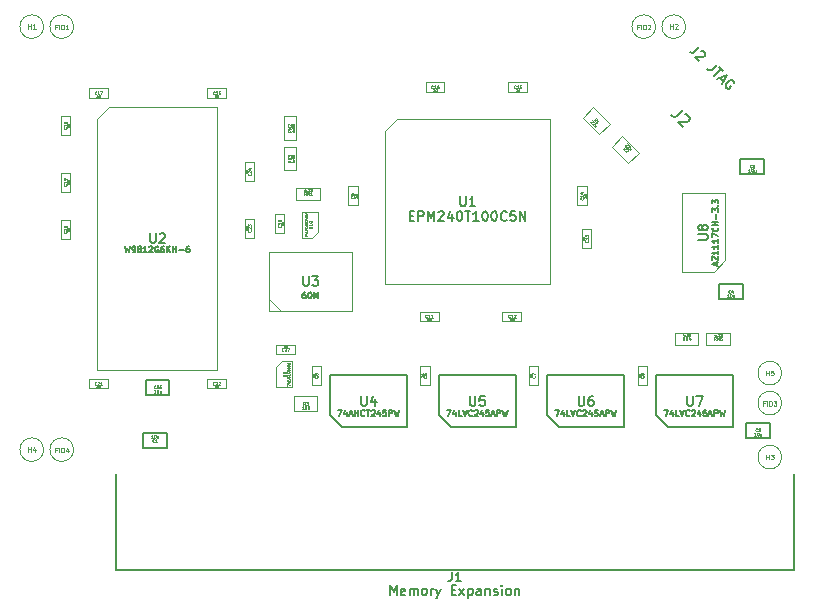
<source format=gbr>
G04 #@! TF.GenerationSoftware,KiCad,Pcbnew,(5.1.5-0-10_14)*
G04 #@! TF.CreationDate,2021-03-02T19:45:09-05:00*
G04 #@! TF.ProjectId,RAM2GS,52414d32-4753-42e6-9b69-6361645f7063,1.0*
G04 #@! TF.SameCoordinates,Original*
G04 #@! TF.FileFunction,Other,Fab,Top*
%FSLAX46Y46*%
G04 Gerber Fmt 4.6, Leading zero omitted, Abs format (unit mm)*
G04 Created by KiCad (PCBNEW (5.1.5-0-10_14)) date 2021-03-02 19:45:09*
%MOMM*%
%LPD*%
G04 APERTURE LIST*
%ADD10C,0.150000*%
%ADD11C,0.100000*%
%ADD12C,0.127000*%
%ADD13C,0.203200*%
%ADD14C,0.063500*%
%ADD15C,0.047625*%
%ADD16C,0.031750*%
%ADD17C,0.095250*%
G04 APERTURE END LIST*
D10*
X74775000Y-127650000D02*
X73775000Y-126650000D01*
X80275000Y-127650000D02*
X74775000Y-127650000D01*
X80275000Y-123250000D02*
X80275000Y-127650000D01*
X73775000Y-123250000D02*
X80275000Y-123250000D01*
X73775000Y-126650000D02*
X73775000Y-123250000D01*
D11*
X71430000Y-111600000D02*
X72280000Y-111600000D01*
X72780000Y-111100000D02*
X72780000Y-109400000D01*
X71430000Y-111600000D02*
X71430000Y-109400000D01*
X71430000Y-109400000D02*
X72780000Y-109400000D01*
X72280000Y-111600000D02*
X72780000Y-111100000D01*
X70570000Y-122050000D02*
X69720000Y-122050000D01*
X69220000Y-122550000D02*
X69220000Y-124250000D01*
X70570000Y-122050000D02*
X70570000Y-124250000D01*
X70570000Y-124250000D02*
X69220000Y-124250000D01*
X69720000Y-122050000D02*
X69220000Y-122550000D01*
X103537000Y-114500000D02*
X103537000Y-107800000D01*
X107237000Y-107800000D02*
X103537000Y-107800000D01*
X106237000Y-114500000D02*
X103537000Y-114500000D01*
X107237000Y-113500000D02*
X107237000Y-107800000D01*
X107237000Y-113500000D02*
X106237000Y-114500000D01*
D10*
X93175000Y-127650000D02*
X92175000Y-126650000D01*
X98675000Y-127650000D02*
X93175000Y-127650000D01*
X98675000Y-123250000D02*
X98675000Y-127650000D01*
X92175000Y-123250000D02*
X98675000Y-123250000D01*
X92175000Y-126650000D02*
X92175000Y-123250000D01*
X102375000Y-127650000D02*
X101375000Y-126650000D01*
X107875000Y-127650000D02*
X102375000Y-127650000D01*
X107875000Y-123250000D02*
X107875000Y-127650000D01*
X101375000Y-123250000D02*
X107875000Y-123250000D01*
X101375000Y-126650000D02*
X101375000Y-123250000D01*
X83975000Y-127650000D02*
X82975000Y-126650000D01*
X89475000Y-127650000D02*
X83975000Y-127650000D01*
X89475000Y-123250000D02*
X89475000Y-127650000D01*
X82975000Y-123250000D02*
X89475000Y-123250000D01*
X82975000Y-126650000D02*
X82975000Y-123250000D01*
D11*
X79400000Y-101550000D02*
X92400000Y-101550000D01*
X92400000Y-101550000D02*
X92400000Y-115550000D01*
X92400000Y-115550000D02*
X78400000Y-115550000D01*
X78400000Y-115550000D02*
X78400000Y-102550000D01*
X78400000Y-102550000D02*
X79400000Y-101550000D01*
X54950000Y-99750000D02*
X53350000Y-99750000D01*
X54950000Y-98950000D02*
X54950000Y-99750000D01*
X53350000Y-98950000D02*
X54950000Y-98950000D01*
X53350000Y-99750000D02*
X53350000Y-98950000D01*
D10*
X60150000Y-124875000D02*
X58150000Y-124875000D01*
X60150000Y-123625000D02*
X60150000Y-124875000D01*
X58150000Y-123625000D02*
X60150000Y-123625000D01*
X58150000Y-124875000D02*
X58150000Y-123625000D01*
D11*
X69200000Y-120650000D02*
X70800000Y-120650000D01*
X69200000Y-121450000D02*
X69200000Y-120650000D01*
X70800000Y-121450000D02*
X69200000Y-121450000D01*
X70800000Y-120650000D02*
X70800000Y-121450000D01*
X69900000Y-109600000D02*
X69900000Y-111200000D01*
X69100000Y-109600000D02*
X69900000Y-109600000D01*
X69100000Y-111200000D02*
X69100000Y-109600000D01*
X69900000Y-111200000D02*
X69100000Y-111200000D01*
D12*
X113030000Y-131572000D02*
X113030000Y-139700000D01*
X113030000Y-139700000D02*
X55626000Y-139700000D01*
X55626000Y-139700000D02*
X55626000Y-131572000D01*
D11*
X55070000Y-100540000D02*
X64230000Y-100540000D01*
X64230000Y-100540000D02*
X64230000Y-122760000D01*
X64230000Y-122760000D02*
X54070000Y-122760000D01*
X54070000Y-122760000D02*
X54070000Y-101540000D01*
X55070000Y-100540000D02*
X54070000Y-101540000D01*
D10*
X108700000Y-116775000D02*
X106700000Y-116775000D01*
X108700000Y-115525000D02*
X108700000Y-116775000D01*
X106700000Y-115525000D02*
X108700000Y-115525000D01*
X106700000Y-116775000D02*
X106700000Y-115525000D01*
X110500000Y-106175000D02*
X108500000Y-106175000D01*
X110500000Y-104925000D02*
X110500000Y-106175000D01*
X108500000Y-104925000D02*
X110500000Y-104925000D01*
X108500000Y-106175000D02*
X108500000Y-104925000D01*
X110982000Y-128514000D02*
X108982000Y-128514000D01*
X110982000Y-127264000D02*
X110982000Y-128514000D01*
X108982000Y-127264000D02*
X110982000Y-127264000D01*
X108982000Y-128514000D02*
X108982000Y-127264000D01*
X57928000Y-128153000D02*
X59928000Y-128153000D01*
X57928000Y-129403000D02*
X57928000Y-128153000D01*
X59928000Y-129403000D02*
X57928000Y-129403000D01*
X59928000Y-128153000D02*
X59928000Y-129403000D01*
D11*
X72200000Y-124050000D02*
X72200000Y-122450000D01*
X73000000Y-124050000D02*
X72200000Y-124050000D01*
X73000000Y-122450000D02*
X73000000Y-124050000D01*
X72200000Y-122450000D02*
X73000000Y-122450000D01*
X95500000Y-107250000D02*
X95500000Y-108850000D01*
X94700000Y-107250000D02*
X95500000Y-107250000D01*
X94700000Y-108850000D02*
X94700000Y-107250000D01*
X95500000Y-108850000D02*
X94700000Y-108850000D01*
X64950000Y-124350000D02*
X63350000Y-124350000D01*
X64950000Y-123550000D02*
X64950000Y-124350000D01*
X63350000Y-123550000D02*
X64950000Y-123550000D01*
X63350000Y-124350000D02*
X63350000Y-123550000D01*
X51750000Y-101300000D02*
X51750000Y-102900000D01*
X50950000Y-101300000D02*
X51750000Y-101300000D01*
X50950000Y-102900000D02*
X50950000Y-101300000D01*
X51750000Y-102900000D02*
X50950000Y-102900000D01*
X90450000Y-99250000D02*
X88850000Y-99250000D01*
X90450000Y-98450000D02*
X90450000Y-99250000D01*
X88850000Y-98450000D02*
X90450000Y-98450000D01*
X88850000Y-99250000D02*
X88850000Y-98450000D01*
X95100000Y-112450000D02*
X95100000Y-110850000D01*
X95900000Y-112450000D02*
X95100000Y-112450000D01*
X95900000Y-110850000D02*
X95900000Y-112450000D01*
X95100000Y-110850000D02*
X95900000Y-110850000D01*
X83450000Y-99250000D02*
X81850000Y-99250000D01*
X83450000Y-98450000D02*
X83450000Y-99250000D01*
X81850000Y-98450000D02*
X83450000Y-98450000D01*
X81850000Y-99250000D02*
X81850000Y-98450000D01*
X64950000Y-99750000D02*
X63350000Y-99750000D01*
X64950000Y-98950000D02*
X64950000Y-99750000D01*
X63350000Y-98950000D02*
X64950000Y-98950000D01*
X63350000Y-99750000D02*
X63350000Y-98950000D01*
X54950000Y-124350000D02*
X53350000Y-124350000D01*
X54950000Y-123550000D02*
X54950000Y-124350000D01*
X53350000Y-123550000D02*
X54950000Y-123550000D01*
X53350000Y-124350000D02*
X53350000Y-123550000D01*
X66550000Y-111600000D02*
X66550000Y-110000000D01*
X67350000Y-111600000D02*
X66550000Y-111600000D01*
X67350000Y-110000000D02*
X67350000Y-111600000D01*
X66550000Y-110000000D02*
X67350000Y-110000000D01*
X51750000Y-106100000D02*
X51750000Y-107700000D01*
X50950000Y-106100000D02*
X51750000Y-106100000D01*
X50950000Y-107700000D02*
X50950000Y-106100000D01*
X51750000Y-107700000D02*
X50950000Y-107700000D01*
X89950000Y-118650000D02*
X88350000Y-118650000D01*
X89950000Y-117850000D02*
X89950000Y-118650000D01*
X88350000Y-117850000D02*
X89950000Y-117850000D01*
X88350000Y-118650000D02*
X88350000Y-117850000D01*
X82950000Y-118650000D02*
X81350000Y-118650000D01*
X82950000Y-117850000D02*
X82950000Y-118650000D01*
X81350000Y-117850000D02*
X82950000Y-117850000D01*
X81350000Y-118650000D02*
X81350000Y-117850000D01*
X76100000Y-107250000D02*
X76100000Y-108850000D01*
X75300000Y-107250000D02*
X76100000Y-107250000D01*
X75300000Y-108850000D02*
X75300000Y-107250000D01*
X76100000Y-108850000D02*
X75300000Y-108850000D01*
X51750000Y-110100000D02*
X51750000Y-111700000D01*
X50950000Y-110100000D02*
X51750000Y-110100000D01*
X50950000Y-111700000D02*
X50950000Y-110100000D01*
X51750000Y-111700000D02*
X50950000Y-111700000D01*
X66550000Y-106800000D02*
X66550000Y-105200000D01*
X67350000Y-106800000D02*
X66550000Y-106800000D01*
X67350000Y-105200000D02*
X67350000Y-106800000D01*
X66550000Y-105200000D02*
X67350000Y-105200000D01*
X99800000Y-124050000D02*
X99800000Y-122450000D01*
X100600000Y-124050000D02*
X99800000Y-124050000D01*
X100600000Y-122450000D02*
X100600000Y-124050000D01*
X99800000Y-122450000D02*
X100600000Y-122450000D01*
X81400000Y-124050000D02*
X81400000Y-122450000D01*
X82200000Y-124050000D02*
X81400000Y-124050000D01*
X82200000Y-122450000D02*
X82200000Y-124050000D01*
X81400000Y-122450000D02*
X82200000Y-122450000D01*
X90600000Y-124050000D02*
X90600000Y-122450000D01*
X91400000Y-124050000D02*
X90600000Y-124050000D01*
X91400000Y-122450000D02*
X91400000Y-124050000D01*
X90600000Y-122450000D02*
X91400000Y-122450000D01*
X52054000Y-93726000D02*
G75*
G03X52054000Y-93726000I-1000000J0D01*
G01*
X111998000Y-125603000D02*
G75*
G03X111998000Y-125603000I-1000000J0D01*
G01*
X52054000Y-129540000D02*
G75*
G03X52054000Y-129540000I-1000000J0D01*
G01*
X101330000Y-93726000D02*
G75*
G03X101330000Y-93726000I-1000000J0D01*
G01*
X111998000Y-130175000D02*
G75*
G03X111998000Y-130175000I-1000000J0D01*
G01*
X96565165Y-102849049D02*
X95150951Y-101434835D01*
X97449049Y-101965165D02*
X96565165Y-102849049D01*
X96034835Y-100550951D02*
X97449049Y-101965165D01*
X95150951Y-101434835D02*
X96034835Y-100550951D01*
X98484835Y-103000951D02*
X99899049Y-104415165D01*
X97600951Y-103884835D02*
X98484835Y-103000951D01*
X99015165Y-105299049D02*
X97600951Y-103884835D01*
X99899049Y-104415165D02*
X99015165Y-105299049D01*
X72700000Y-126275000D02*
X70700000Y-126275000D01*
X72700000Y-125025000D02*
X72700000Y-126275000D01*
X70700000Y-125025000D02*
X72700000Y-125025000D01*
X70700000Y-126275000D02*
X70700000Y-125025000D01*
X49514000Y-93726000D02*
G75*
G03X49514000Y-93726000I-1000000J0D01*
G01*
X103870000Y-93726000D02*
G75*
G03X103870000Y-93726000I-1000000J0D01*
G01*
X49514000Y-129540000D02*
G75*
G03X49514000Y-129540000I-1000000J0D01*
G01*
X111998000Y-123063000D02*
G75*
G03X111998000Y-123063000I-1000000J0D01*
G01*
X70900000Y-108400000D02*
X70900000Y-107400000D01*
X70900000Y-107400000D02*
X72900000Y-107400000D01*
X72900000Y-107400000D02*
X72900000Y-108400000D01*
X72900000Y-108400000D02*
X70900000Y-108400000D01*
X69850000Y-101300000D02*
X70850000Y-101300000D01*
X70850000Y-101300000D02*
X70850000Y-103300000D01*
X70850000Y-103300000D02*
X69850000Y-103300000D01*
X69850000Y-103300000D02*
X69850000Y-101300000D01*
X69850000Y-103900000D02*
X70850000Y-103900000D01*
X70850000Y-103900000D02*
X70850000Y-105900000D01*
X70850000Y-105900000D02*
X69850000Y-105900000D01*
X69850000Y-105900000D02*
X69850000Y-103900000D01*
X102950000Y-120650000D02*
X102950000Y-119650000D01*
X102950000Y-119650000D02*
X104950000Y-119650000D01*
X104950000Y-119650000D02*
X104950000Y-120650000D01*
X104950000Y-120650000D02*
X102950000Y-120650000D01*
X105600000Y-120650000D02*
X105600000Y-119650000D01*
X105600000Y-119650000D02*
X107600000Y-119650000D01*
X107600000Y-119650000D02*
X107600000Y-120650000D01*
X107600000Y-120650000D02*
X105600000Y-120650000D01*
X68600000Y-116800000D02*
X69600000Y-117800000D01*
X68600000Y-117800000D02*
X68600000Y-112800000D01*
X75600000Y-117800000D02*
X68600000Y-117800000D01*
X75600000Y-112800000D02*
X75600000Y-117800000D01*
X68600000Y-112800000D02*
X75600000Y-112800000D01*
D13*
X76405723Y-125004895D02*
X76405723Y-125662876D01*
X76444428Y-125740285D01*
X76483133Y-125778990D01*
X76560542Y-125817695D01*
X76715361Y-125817695D01*
X76792771Y-125778990D01*
X76831476Y-125740285D01*
X76870180Y-125662876D01*
X76870180Y-125004895D01*
X77605571Y-125275828D02*
X77605571Y-125817695D01*
X77412047Y-124966190D02*
X77218523Y-125546761D01*
X77721685Y-125546761D01*
D12*
X74412428Y-126187809D02*
X74751095Y-126187809D01*
X74533380Y-126695809D01*
X75162333Y-126357142D02*
X75162333Y-126695809D01*
X75041380Y-126163619D02*
X74920428Y-126526476D01*
X75234904Y-126526476D01*
X75404238Y-126550666D02*
X75646142Y-126550666D01*
X75355857Y-126695809D02*
X75525190Y-126187809D01*
X75694523Y-126695809D01*
X75863857Y-126695809D02*
X75863857Y-126187809D01*
X75863857Y-126429714D02*
X76154142Y-126429714D01*
X76154142Y-126695809D02*
X76154142Y-126187809D01*
X76686333Y-126647428D02*
X76662142Y-126671619D01*
X76589571Y-126695809D01*
X76541190Y-126695809D01*
X76468619Y-126671619D01*
X76420238Y-126623238D01*
X76396047Y-126574857D01*
X76371857Y-126478095D01*
X76371857Y-126405523D01*
X76396047Y-126308761D01*
X76420238Y-126260380D01*
X76468619Y-126212000D01*
X76541190Y-126187809D01*
X76589571Y-126187809D01*
X76662142Y-126212000D01*
X76686333Y-126236190D01*
X76831476Y-126187809D02*
X77121761Y-126187809D01*
X76976619Y-126695809D02*
X76976619Y-126187809D01*
X77266904Y-126236190D02*
X77291095Y-126212000D01*
X77339476Y-126187809D01*
X77460428Y-126187809D01*
X77508809Y-126212000D01*
X77533000Y-126236190D01*
X77557190Y-126284571D01*
X77557190Y-126332952D01*
X77533000Y-126405523D01*
X77242714Y-126695809D01*
X77557190Y-126695809D01*
X77992619Y-126357142D02*
X77992619Y-126695809D01*
X77871666Y-126163619D02*
X77750714Y-126526476D01*
X78065190Y-126526476D01*
X78500619Y-126187809D02*
X78258714Y-126187809D01*
X78234523Y-126429714D01*
X78258714Y-126405523D01*
X78307095Y-126381333D01*
X78428047Y-126381333D01*
X78476428Y-126405523D01*
X78500619Y-126429714D01*
X78524809Y-126478095D01*
X78524809Y-126599047D01*
X78500619Y-126647428D01*
X78476428Y-126671619D01*
X78428047Y-126695809D01*
X78307095Y-126695809D01*
X78258714Y-126671619D01*
X78234523Y-126647428D01*
X78742523Y-126695809D02*
X78742523Y-126187809D01*
X78936047Y-126187809D01*
X78984428Y-126212000D01*
X79008619Y-126236190D01*
X79032809Y-126284571D01*
X79032809Y-126357142D01*
X79008619Y-126405523D01*
X78984428Y-126429714D01*
X78936047Y-126453904D01*
X78742523Y-126453904D01*
X79202142Y-126187809D02*
X79323095Y-126695809D01*
X79419857Y-126332952D01*
X79516619Y-126695809D01*
X79637571Y-126187809D01*
D14*
X71960904Y-110814476D02*
X72166523Y-110814476D01*
X72190714Y-110802380D01*
X72202809Y-110790285D01*
X72214904Y-110766095D01*
X72214904Y-110717714D01*
X72202809Y-110693523D01*
X72190714Y-110681428D01*
X72166523Y-110669333D01*
X71960904Y-110669333D01*
X72214904Y-110415333D02*
X72214904Y-110560476D01*
X72214904Y-110487904D02*
X71960904Y-110487904D01*
X71997190Y-110512095D01*
X72021380Y-110536285D01*
X72033476Y-110560476D01*
X71960904Y-110258095D02*
X71960904Y-110233904D01*
X71973000Y-110209714D01*
X71985095Y-110197619D01*
X72009285Y-110185523D01*
X72057666Y-110173428D01*
X72118142Y-110173428D01*
X72166523Y-110185523D01*
X72190714Y-110197619D01*
X72202809Y-110209714D01*
X72214904Y-110233904D01*
X72214904Y-110258095D01*
X72202809Y-110282285D01*
X72190714Y-110294380D01*
X72166523Y-110306476D01*
X72118142Y-110318571D01*
X72057666Y-110318571D01*
X72009285Y-110306476D01*
X71985095Y-110294380D01*
X71973000Y-110282285D01*
X71960904Y-110258095D01*
D15*
X71645678Y-111479714D02*
X71645678Y-111352714D01*
X71836178Y-111434357D01*
X71709178Y-111198500D02*
X71836178Y-111198500D01*
X71636607Y-111243857D02*
X71772678Y-111289214D01*
X71772678Y-111171285D01*
X71836178Y-111008000D02*
X71836178Y-111098714D01*
X71645678Y-111098714D01*
X71645678Y-110971714D02*
X71836178Y-110908214D01*
X71645678Y-110844714D01*
X71818035Y-110672357D02*
X71827107Y-110681428D01*
X71836178Y-110708642D01*
X71836178Y-110726785D01*
X71827107Y-110754000D01*
X71808964Y-110772142D01*
X71790821Y-110781214D01*
X71754535Y-110790285D01*
X71727321Y-110790285D01*
X71691035Y-110781214D01*
X71672892Y-110772142D01*
X71654750Y-110754000D01*
X71645678Y-110726785D01*
X71645678Y-110708642D01*
X71654750Y-110681428D01*
X71663821Y-110672357D01*
X71836178Y-110490928D02*
X71836178Y-110599785D01*
X71836178Y-110545357D02*
X71645678Y-110545357D01*
X71672892Y-110563500D01*
X71691035Y-110581642D01*
X71700107Y-110599785D01*
X71654750Y-110309500D02*
X71645678Y-110327642D01*
X71645678Y-110354857D01*
X71654750Y-110382071D01*
X71672892Y-110400214D01*
X71691035Y-110409285D01*
X71727321Y-110418357D01*
X71754535Y-110418357D01*
X71790821Y-110409285D01*
X71808964Y-110400214D01*
X71827107Y-110382071D01*
X71836178Y-110354857D01*
X71836178Y-110336714D01*
X71827107Y-110309500D01*
X71818035Y-110300428D01*
X71754535Y-110300428D01*
X71754535Y-110336714D01*
X71645678Y-110182500D02*
X71645678Y-110164357D01*
X71654750Y-110146214D01*
X71663821Y-110137142D01*
X71681964Y-110128071D01*
X71718250Y-110119000D01*
X71763607Y-110119000D01*
X71799892Y-110128071D01*
X71818035Y-110137142D01*
X71827107Y-110146214D01*
X71836178Y-110164357D01*
X71836178Y-110182500D01*
X71827107Y-110200642D01*
X71818035Y-110209714D01*
X71799892Y-110218785D01*
X71763607Y-110227857D01*
X71718250Y-110227857D01*
X71681964Y-110218785D01*
X71663821Y-110209714D01*
X71654750Y-110200642D01*
X71645678Y-110182500D01*
X71709178Y-109955714D02*
X71836178Y-109955714D01*
X71636607Y-110001071D02*
X71772678Y-110046428D01*
X71772678Y-109928500D01*
X71654750Y-109756142D02*
X71645678Y-109774285D01*
X71645678Y-109801500D01*
X71654750Y-109828714D01*
X71672892Y-109846857D01*
X71691035Y-109855928D01*
X71727321Y-109865000D01*
X71754535Y-109865000D01*
X71790821Y-109855928D01*
X71808964Y-109846857D01*
X71827107Y-109828714D01*
X71836178Y-109801500D01*
X71836178Y-109783357D01*
X71827107Y-109756142D01*
X71818035Y-109747071D01*
X71754535Y-109747071D01*
X71754535Y-109783357D01*
X71645678Y-109683571D02*
X71836178Y-109638214D01*
X71700107Y-109601928D01*
X71836178Y-109565642D01*
X71645678Y-109520285D01*
D14*
X69760904Y-123343523D02*
X69966523Y-123343523D01*
X69990714Y-123331428D01*
X70002809Y-123319333D01*
X70014904Y-123295142D01*
X70014904Y-123246761D01*
X70002809Y-123222571D01*
X69990714Y-123210476D01*
X69966523Y-123198380D01*
X69760904Y-123198380D01*
X70014904Y-123065333D02*
X70014904Y-123016952D01*
X70002809Y-122992761D01*
X69990714Y-122980666D01*
X69954428Y-122956476D01*
X69906047Y-122944380D01*
X69809285Y-122944380D01*
X69785095Y-122956476D01*
X69773000Y-122968571D01*
X69760904Y-122992761D01*
X69760904Y-123041142D01*
X69773000Y-123065333D01*
X69785095Y-123077428D01*
X69809285Y-123089523D01*
X69869761Y-123089523D01*
X69893952Y-123077428D01*
X69906047Y-123065333D01*
X69918142Y-123041142D01*
X69918142Y-122992761D01*
X69906047Y-122968571D01*
X69893952Y-122956476D01*
X69869761Y-122944380D01*
D15*
X70145678Y-124129714D02*
X70145678Y-124002714D01*
X70336178Y-124084357D01*
X70209178Y-123848500D02*
X70336178Y-123848500D01*
X70136607Y-123893857D02*
X70272678Y-123939214D01*
X70272678Y-123821285D01*
X70336178Y-123658000D02*
X70336178Y-123748714D01*
X70145678Y-123748714D01*
X70145678Y-123621714D02*
X70336178Y-123558214D01*
X70145678Y-123494714D01*
X70318035Y-123322357D02*
X70327107Y-123331428D01*
X70336178Y-123358642D01*
X70336178Y-123376785D01*
X70327107Y-123404000D01*
X70308964Y-123422142D01*
X70290821Y-123431214D01*
X70254535Y-123440285D01*
X70227321Y-123440285D01*
X70191035Y-123431214D01*
X70172892Y-123422142D01*
X70154750Y-123404000D01*
X70145678Y-123376785D01*
X70145678Y-123358642D01*
X70154750Y-123331428D01*
X70163821Y-123322357D01*
X70336178Y-123140928D02*
X70336178Y-123249785D01*
X70336178Y-123195357D02*
X70145678Y-123195357D01*
X70172892Y-123213500D01*
X70191035Y-123231642D01*
X70200107Y-123249785D01*
X70154750Y-122959500D02*
X70145678Y-122977642D01*
X70145678Y-123004857D01*
X70154750Y-123032071D01*
X70172892Y-123050214D01*
X70191035Y-123059285D01*
X70227321Y-123068357D01*
X70254535Y-123068357D01*
X70290821Y-123059285D01*
X70308964Y-123050214D01*
X70327107Y-123032071D01*
X70336178Y-123004857D01*
X70336178Y-122986714D01*
X70327107Y-122959500D01*
X70318035Y-122950428D01*
X70254535Y-122950428D01*
X70254535Y-122986714D01*
X70145678Y-122832500D02*
X70145678Y-122814357D01*
X70154750Y-122796214D01*
X70163821Y-122787142D01*
X70181964Y-122778071D01*
X70218250Y-122769000D01*
X70263607Y-122769000D01*
X70299892Y-122778071D01*
X70318035Y-122787142D01*
X70327107Y-122796214D01*
X70336178Y-122814357D01*
X70336178Y-122832500D01*
X70327107Y-122850642D01*
X70318035Y-122859714D01*
X70299892Y-122868785D01*
X70263607Y-122877857D01*
X70218250Y-122877857D01*
X70181964Y-122868785D01*
X70163821Y-122859714D01*
X70154750Y-122850642D01*
X70145678Y-122832500D01*
X70209178Y-122605714D02*
X70336178Y-122605714D01*
X70136607Y-122651071D02*
X70272678Y-122696428D01*
X70272678Y-122578500D01*
X70154750Y-122406142D02*
X70145678Y-122424285D01*
X70145678Y-122451500D01*
X70154750Y-122478714D01*
X70172892Y-122496857D01*
X70191035Y-122505928D01*
X70227321Y-122515000D01*
X70254535Y-122515000D01*
X70290821Y-122505928D01*
X70308964Y-122496857D01*
X70327107Y-122478714D01*
X70336178Y-122451500D01*
X70336178Y-122433357D01*
X70327107Y-122406142D01*
X70318035Y-122397071D01*
X70254535Y-122397071D01*
X70254535Y-122433357D01*
X70145678Y-122333571D02*
X70336178Y-122288214D01*
X70200107Y-122251928D01*
X70336178Y-122215642D01*
X70145678Y-122170285D01*
D12*
X106487666Y-113919809D02*
X106487666Y-113677904D01*
X106632809Y-113968190D02*
X106124809Y-113798857D01*
X106632809Y-113629523D01*
X106124809Y-113508571D02*
X106124809Y-113169904D01*
X106632809Y-113508571D01*
X106632809Y-113169904D01*
X106632809Y-112710285D02*
X106632809Y-113000571D01*
X106632809Y-112855428D02*
X106124809Y-112855428D01*
X106197380Y-112903809D01*
X106245761Y-112952190D01*
X106269952Y-113000571D01*
X106632809Y-112226476D02*
X106632809Y-112516761D01*
X106632809Y-112371619D02*
X106124809Y-112371619D01*
X106197380Y-112420000D01*
X106245761Y-112468380D01*
X106269952Y-112516761D01*
X106632809Y-111742666D02*
X106632809Y-112032952D01*
X106632809Y-111887809D02*
X106124809Y-111887809D01*
X106197380Y-111936190D01*
X106245761Y-111984571D01*
X106269952Y-112032952D01*
X106124809Y-111573333D02*
X106124809Y-111234666D01*
X106632809Y-111452380D01*
X106584428Y-110750857D02*
X106608619Y-110775047D01*
X106632809Y-110847619D01*
X106632809Y-110896000D01*
X106608619Y-110968571D01*
X106560238Y-111016952D01*
X106511857Y-111041142D01*
X106415095Y-111065333D01*
X106342523Y-111065333D01*
X106245761Y-111041142D01*
X106197380Y-111016952D01*
X106149000Y-110968571D01*
X106124809Y-110896000D01*
X106124809Y-110847619D01*
X106149000Y-110775047D01*
X106173190Y-110750857D01*
X106632809Y-110533142D02*
X106124809Y-110533142D01*
X106366714Y-110533142D02*
X106366714Y-110242857D01*
X106632809Y-110242857D02*
X106124809Y-110242857D01*
X106439285Y-110000952D02*
X106439285Y-109613904D01*
X106124809Y-109420380D02*
X106124809Y-109105904D01*
X106318333Y-109275238D01*
X106318333Y-109202666D01*
X106342523Y-109154285D01*
X106366714Y-109130095D01*
X106415095Y-109105904D01*
X106536047Y-109105904D01*
X106584428Y-109130095D01*
X106608619Y-109154285D01*
X106632809Y-109202666D01*
X106632809Y-109347809D01*
X106608619Y-109396190D01*
X106584428Y-109420380D01*
X106584428Y-108888190D02*
X106608619Y-108864000D01*
X106632809Y-108888190D01*
X106608619Y-108912380D01*
X106584428Y-108888190D01*
X106632809Y-108888190D01*
X106124809Y-108694666D02*
X106124809Y-108380190D01*
X106318333Y-108549523D01*
X106318333Y-108476952D01*
X106342523Y-108428571D01*
X106366714Y-108404380D01*
X106415095Y-108380190D01*
X106536047Y-108380190D01*
X106584428Y-108404380D01*
X106608619Y-108428571D01*
X106632809Y-108476952D01*
X106632809Y-108622095D01*
X106608619Y-108670476D01*
X106584428Y-108694666D01*
D13*
X104941895Y-111769276D02*
X105599876Y-111769276D01*
X105677285Y-111730571D01*
X105715990Y-111691866D01*
X105754695Y-111614457D01*
X105754695Y-111459638D01*
X105715990Y-111382228D01*
X105677285Y-111343523D01*
X105599876Y-111304819D01*
X104941895Y-111304819D01*
X105290238Y-110801657D02*
X105251533Y-110879066D01*
X105212828Y-110917771D01*
X105135419Y-110956476D01*
X105096714Y-110956476D01*
X105019304Y-110917771D01*
X104980600Y-110879066D01*
X104941895Y-110801657D01*
X104941895Y-110646838D01*
X104980600Y-110569428D01*
X105019304Y-110530723D01*
X105096714Y-110492019D01*
X105135419Y-110492019D01*
X105212828Y-110530723D01*
X105251533Y-110569428D01*
X105290238Y-110646838D01*
X105290238Y-110801657D01*
X105328942Y-110879066D01*
X105367647Y-110917771D01*
X105445057Y-110956476D01*
X105599876Y-110956476D01*
X105677285Y-110917771D01*
X105715990Y-110879066D01*
X105754695Y-110801657D01*
X105754695Y-110646838D01*
X105715990Y-110569428D01*
X105677285Y-110530723D01*
X105599876Y-110492019D01*
X105445057Y-110492019D01*
X105367647Y-110530723D01*
X105328942Y-110569428D01*
X105290238Y-110646838D01*
X94805723Y-125004895D02*
X94805723Y-125662876D01*
X94844428Y-125740285D01*
X94883133Y-125778990D01*
X94960542Y-125817695D01*
X95115361Y-125817695D01*
X95192771Y-125778990D01*
X95231476Y-125740285D01*
X95270180Y-125662876D01*
X95270180Y-125004895D01*
X96005571Y-125004895D02*
X95850752Y-125004895D01*
X95773342Y-125043600D01*
X95734638Y-125082304D01*
X95657228Y-125198419D01*
X95618523Y-125353238D01*
X95618523Y-125662876D01*
X95657228Y-125740285D01*
X95695933Y-125778990D01*
X95773342Y-125817695D01*
X95928161Y-125817695D01*
X96005571Y-125778990D01*
X96044276Y-125740285D01*
X96082980Y-125662876D01*
X96082980Y-125469352D01*
X96044276Y-125391942D01*
X96005571Y-125353238D01*
X95928161Y-125314533D01*
X95773342Y-125314533D01*
X95695933Y-125353238D01*
X95657228Y-125391942D01*
X95618523Y-125469352D01*
D12*
X92848714Y-126187809D02*
X93187380Y-126187809D01*
X92969666Y-126695809D01*
X93598619Y-126357142D02*
X93598619Y-126695809D01*
X93477666Y-126163619D02*
X93356714Y-126526476D01*
X93671190Y-126526476D01*
X94106619Y-126695809D02*
X93864714Y-126695809D01*
X93864714Y-126187809D01*
X94203380Y-126187809D02*
X94372714Y-126695809D01*
X94542047Y-126187809D01*
X95001666Y-126647428D02*
X94977476Y-126671619D01*
X94904904Y-126695809D01*
X94856523Y-126695809D01*
X94783952Y-126671619D01*
X94735571Y-126623238D01*
X94711380Y-126574857D01*
X94687190Y-126478095D01*
X94687190Y-126405523D01*
X94711380Y-126308761D01*
X94735571Y-126260380D01*
X94783952Y-126212000D01*
X94856523Y-126187809D01*
X94904904Y-126187809D01*
X94977476Y-126212000D01*
X95001666Y-126236190D01*
X95195190Y-126236190D02*
X95219380Y-126212000D01*
X95267761Y-126187809D01*
X95388714Y-126187809D01*
X95437095Y-126212000D01*
X95461285Y-126236190D01*
X95485476Y-126284571D01*
X95485476Y-126332952D01*
X95461285Y-126405523D01*
X95171000Y-126695809D01*
X95485476Y-126695809D01*
X95920904Y-126357142D02*
X95920904Y-126695809D01*
X95799952Y-126163619D02*
X95679000Y-126526476D01*
X95993476Y-126526476D01*
X96428904Y-126187809D02*
X96187000Y-126187809D01*
X96162809Y-126429714D01*
X96187000Y-126405523D01*
X96235380Y-126381333D01*
X96356333Y-126381333D01*
X96404714Y-126405523D01*
X96428904Y-126429714D01*
X96453095Y-126478095D01*
X96453095Y-126599047D01*
X96428904Y-126647428D01*
X96404714Y-126671619D01*
X96356333Y-126695809D01*
X96235380Y-126695809D01*
X96187000Y-126671619D01*
X96162809Y-126647428D01*
X96646619Y-126550666D02*
X96888523Y-126550666D01*
X96598238Y-126695809D02*
X96767571Y-126187809D01*
X96936904Y-126695809D01*
X97106238Y-126695809D02*
X97106238Y-126187809D01*
X97299761Y-126187809D01*
X97348142Y-126212000D01*
X97372333Y-126236190D01*
X97396523Y-126284571D01*
X97396523Y-126357142D01*
X97372333Y-126405523D01*
X97348142Y-126429714D01*
X97299761Y-126453904D01*
X97106238Y-126453904D01*
X97565857Y-126187809D02*
X97686809Y-126695809D01*
X97783571Y-126332952D01*
X97880333Y-126695809D01*
X98001285Y-126187809D01*
D13*
X104005723Y-125004895D02*
X104005723Y-125662876D01*
X104044428Y-125740285D01*
X104083133Y-125778990D01*
X104160542Y-125817695D01*
X104315361Y-125817695D01*
X104392771Y-125778990D01*
X104431476Y-125740285D01*
X104470180Y-125662876D01*
X104470180Y-125004895D01*
X104779819Y-125004895D02*
X105321685Y-125004895D01*
X104973342Y-125817695D01*
D12*
X102048714Y-126187809D02*
X102387380Y-126187809D01*
X102169666Y-126695809D01*
X102798619Y-126357142D02*
X102798619Y-126695809D01*
X102677666Y-126163619D02*
X102556714Y-126526476D01*
X102871190Y-126526476D01*
X103306619Y-126695809D02*
X103064714Y-126695809D01*
X103064714Y-126187809D01*
X103403380Y-126187809D02*
X103572714Y-126695809D01*
X103742047Y-126187809D01*
X104201666Y-126647428D02*
X104177476Y-126671619D01*
X104104904Y-126695809D01*
X104056523Y-126695809D01*
X103983952Y-126671619D01*
X103935571Y-126623238D01*
X103911380Y-126574857D01*
X103887190Y-126478095D01*
X103887190Y-126405523D01*
X103911380Y-126308761D01*
X103935571Y-126260380D01*
X103983952Y-126212000D01*
X104056523Y-126187809D01*
X104104904Y-126187809D01*
X104177476Y-126212000D01*
X104201666Y-126236190D01*
X104395190Y-126236190D02*
X104419380Y-126212000D01*
X104467761Y-126187809D01*
X104588714Y-126187809D01*
X104637095Y-126212000D01*
X104661285Y-126236190D01*
X104685476Y-126284571D01*
X104685476Y-126332952D01*
X104661285Y-126405523D01*
X104371000Y-126695809D01*
X104685476Y-126695809D01*
X105120904Y-126357142D02*
X105120904Y-126695809D01*
X104999952Y-126163619D02*
X104879000Y-126526476D01*
X105193476Y-126526476D01*
X105628904Y-126187809D02*
X105387000Y-126187809D01*
X105362809Y-126429714D01*
X105387000Y-126405523D01*
X105435380Y-126381333D01*
X105556333Y-126381333D01*
X105604714Y-126405523D01*
X105628904Y-126429714D01*
X105653095Y-126478095D01*
X105653095Y-126599047D01*
X105628904Y-126647428D01*
X105604714Y-126671619D01*
X105556333Y-126695809D01*
X105435380Y-126695809D01*
X105387000Y-126671619D01*
X105362809Y-126647428D01*
X105846619Y-126550666D02*
X106088523Y-126550666D01*
X105798238Y-126695809D02*
X105967571Y-126187809D01*
X106136904Y-126695809D01*
X106306238Y-126695809D02*
X106306238Y-126187809D01*
X106499761Y-126187809D01*
X106548142Y-126212000D01*
X106572333Y-126236190D01*
X106596523Y-126284571D01*
X106596523Y-126357142D01*
X106572333Y-126405523D01*
X106548142Y-126429714D01*
X106499761Y-126453904D01*
X106306238Y-126453904D01*
X106765857Y-126187809D02*
X106886809Y-126695809D01*
X106983571Y-126332952D01*
X107080333Y-126695809D01*
X107201285Y-126187809D01*
D13*
X85605723Y-125004895D02*
X85605723Y-125662876D01*
X85644428Y-125740285D01*
X85683133Y-125778990D01*
X85760542Y-125817695D01*
X85915361Y-125817695D01*
X85992771Y-125778990D01*
X86031476Y-125740285D01*
X86070180Y-125662876D01*
X86070180Y-125004895D01*
X86844276Y-125004895D02*
X86457228Y-125004895D01*
X86418523Y-125391942D01*
X86457228Y-125353238D01*
X86534638Y-125314533D01*
X86728161Y-125314533D01*
X86805571Y-125353238D01*
X86844276Y-125391942D01*
X86882980Y-125469352D01*
X86882980Y-125662876D01*
X86844276Y-125740285D01*
X86805571Y-125778990D01*
X86728161Y-125817695D01*
X86534638Y-125817695D01*
X86457228Y-125778990D01*
X86418523Y-125740285D01*
D12*
X83648714Y-126187809D02*
X83987380Y-126187809D01*
X83769666Y-126695809D01*
X84398619Y-126357142D02*
X84398619Y-126695809D01*
X84277666Y-126163619D02*
X84156714Y-126526476D01*
X84471190Y-126526476D01*
X84906619Y-126695809D02*
X84664714Y-126695809D01*
X84664714Y-126187809D01*
X85003380Y-126187809D02*
X85172714Y-126695809D01*
X85342047Y-126187809D01*
X85801666Y-126647428D02*
X85777476Y-126671619D01*
X85704904Y-126695809D01*
X85656523Y-126695809D01*
X85583952Y-126671619D01*
X85535571Y-126623238D01*
X85511380Y-126574857D01*
X85487190Y-126478095D01*
X85487190Y-126405523D01*
X85511380Y-126308761D01*
X85535571Y-126260380D01*
X85583952Y-126212000D01*
X85656523Y-126187809D01*
X85704904Y-126187809D01*
X85777476Y-126212000D01*
X85801666Y-126236190D01*
X85995190Y-126236190D02*
X86019380Y-126212000D01*
X86067761Y-126187809D01*
X86188714Y-126187809D01*
X86237095Y-126212000D01*
X86261285Y-126236190D01*
X86285476Y-126284571D01*
X86285476Y-126332952D01*
X86261285Y-126405523D01*
X85971000Y-126695809D01*
X86285476Y-126695809D01*
X86720904Y-126357142D02*
X86720904Y-126695809D01*
X86599952Y-126163619D02*
X86479000Y-126526476D01*
X86793476Y-126526476D01*
X87228904Y-126187809D02*
X86987000Y-126187809D01*
X86962809Y-126429714D01*
X86987000Y-126405523D01*
X87035380Y-126381333D01*
X87156333Y-126381333D01*
X87204714Y-126405523D01*
X87228904Y-126429714D01*
X87253095Y-126478095D01*
X87253095Y-126599047D01*
X87228904Y-126647428D01*
X87204714Y-126671619D01*
X87156333Y-126695809D01*
X87035380Y-126695809D01*
X86987000Y-126671619D01*
X86962809Y-126647428D01*
X87446619Y-126550666D02*
X87688523Y-126550666D01*
X87398238Y-126695809D02*
X87567571Y-126187809D01*
X87736904Y-126695809D01*
X87906238Y-126695809D02*
X87906238Y-126187809D01*
X88099761Y-126187809D01*
X88148142Y-126212000D01*
X88172333Y-126236190D01*
X88196523Y-126284571D01*
X88196523Y-126357142D01*
X88172333Y-126405523D01*
X88148142Y-126429714D01*
X88099761Y-126453904D01*
X87906238Y-126453904D01*
X88365857Y-126187809D02*
X88486809Y-126695809D01*
X88583571Y-126332952D01*
X88680333Y-126695809D01*
X88801285Y-126187809D01*
D13*
X84780723Y-108104895D02*
X84780723Y-108762876D01*
X84819428Y-108840285D01*
X84858133Y-108878990D01*
X84935542Y-108917695D01*
X85090361Y-108917695D01*
X85167771Y-108878990D01*
X85206476Y-108840285D01*
X85245180Y-108762876D01*
X85245180Y-108104895D01*
X86057980Y-108917695D02*
X85593523Y-108917695D01*
X85825752Y-108917695D02*
X85825752Y-108104895D01*
X85748342Y-108221009D01*
X85670933Y-108298419D01*
X85593523Y-108337123D01*
X80503847Y-109741942D02*
X80774780Y-109741942D01*
X80890895Y-110167695D02*
X80503847Y-110167695D01*
X80503847Y-109354895D01*
X80890895Y-109354895D01*
X81239238Y-110167695D02*
X81239238Y-109354895D01*
X81548876Y-109354895D01*
X81626285Y-109393600D01*
X81664990Y-109432304D01*
X81703695Y-109509714D01*
X81703695Y-109625828D01*
X81664990Y-109703238D01*
X81626285Y-109741942D01*
X81548876Y-109780647D01*
X81239238Y-109780647D01*
X82052038Y-110167695D02*
X82052038Y-109354895D01*
X82322971Y-109935466D01*
X82593904Y-109354895D01*
X82593904Y-110167695D01*
X82942247Y-109432304D02*
X82980952Y-109393600D01*
X83058361Y-109354895D01*
X83251885Y-109354895D01*
X83329295Y-109393600D01*
X83368000Y-109432304D01*
X83406704Y-109509714D01*
X83406704Y-109587123D01*
X83368000Y-109703238D01*
X82903542Y-110167695D01*
X83406704Y-110167695D01*
X84103390Y-109625828D02*
X84103390Y-110167695D01*
X83909866Y-109316190D02*
X83716342Y-109896761D01*
X84219504Y-109896761D01*
X84683961Y-109354895D02*
X84761371Y-109354895D01*
X84838780Y-109393600D01*
X84877485Y-109432304D01*
X84916190Y-109509714D01*
X84954895Y-109664533D01*
X84954895Y-109858057D01*
X84916190Y-110012876D01*
X84877485Y-110090285D01*
X84838780Y-110128990D01*
X84761371Y-110167695D01*
X84683961Y-110167695D01*
X84606552Y-110128990D01*
X84567847Y-110090285D01*
X84529142Y-110012876D01*
X84490438Y-109858057D01*
X84490438Y-109664533D01*
X84529142Y-109509714D01*
X84567847Y-109432304D01*
X84606552Y-109393600D01*
X84683961Y-109354895D01*
X85187123Y-109354895D02*
X85651580Y-109354895D01*
X85419352Y-110167695D02*
X85419352Y-109354895D01*
X86348266Y-110167695D02*
X85883809Y-110167695D01*
X86116038Y-110167695D02*
X86116038Y-109354895D01*
X86038628Y-109471009D01*
X85961219Y-109548419D01*
X85883809Y-109587123D01*
X86851428Y-109354895D02*
X86928838Y-109354895D01*
X87006247Y-109393600D01*
X87044952Y-109432304D01*
X87083657Y-109509714D01*
X87122361Y-109664533D01*
X87122361Y-109858057D01*
X87083657Y-110012876D01*
X87044952Y-110090285D01*
X87006247Y-110128990D01*
X86928838Y-110167695D01*
X86851428Y-110167695D01*
X86774019Y-110128990D01*
X86735314Y-110090285D01*
X86696609Y-110012876D01*
X86657904Y-109858057D01*
X86657904Y-109664533D01*
X86696609Y-109509714D01*
X86735314Y-109432304D01*
X86774019Y-109393600D01*
X86851428Y-109354895D01*
X87625523Y-109354895D02*
X87702933Y-109354895D01*
X87780342Y-109393600D01*
X87819047Y-109432304D01*
X87857752Y-109509714D01*
X87896457Y-109664533D01*
X87896457Y-109858057D01*
X87857752Y-110012876D01*
X87819047Y-110090285D01*
X87780342Y-110128990D01*
X87702933Y-110167695D01*
X87625523Y-110167695D01*
X87548114Y-110128990D01*
X87509409Y-110090285D01*
X87470704Y-110012876D01*
X87432000Y-109858057D01*
X87432000Y-109664533D01*
X87470704Y-109509714D01*
X87509409Y-109432304D01*
X87548114Y-109393600D01*
X87625523Y-109354895D01*
X88709257Y-110090285D02*
X88670552Y-110128990D01*
X88554438Y-110167695D01*
X88477028Y-110167695D01*
X88360914Y-110128990D01*
X88283504Y-110051580D01*
X88244800Y-109974171D01*
X88206095Y-109819352D01*
X88206095Y-109703238D01*
X88244800Y-109548419D01*
X88283504Y-109471009D01*
X88360914Y-109393600D01*
X88477028Y-109354895D01*
X88554438Y-109354895D01*
X88670552Y-109393600D01*
X88709257Y-109432304D01*
X89444647Y-109354895D02*
X89057600Y-109354895D01*
X89018895Y-109741942D01*
X89057600Y-109703238D01*
X89135009Y-109664533D01*
X89328533Y-109664533D01*
X89405942Y-109703238D01*
X89444647Y-109741942D01*
X89483352Y-109819352D01*
X89483352Y-110012876D01*
X89444647Y-110090285D01*
X89405942Y-110128990D01*
X89328533Y-110167695D01*
X89135009Y-110167695D01*
X89057600Y-110128990D01*
X89018895Y-110090285D01*
X89831695Y-110167695D02*
X89831695Y-109354895D01*
X90296152Y-110167695D01*
X90296152Y-109354895D01*
D14*
X53986714Y-99440714D02*
X53974619Y-99452809D01*
X53938333Y-99464904D01*
X53914142Y-99464904D01*
X53877857Y-99452809D01*
X53853666Y-99428619D01*
X53841571Y-99404428D01*
X53829476Y-99356047D01*
X53829476Y-99319761D01*
X53841571Y-99271380D01*
X53853666Y-99247190D01*
X53877857Y-99223000D01*
X53914142Y-99210904D01*
X53938333Y-99210904D01*
X53974619Y-99223000D01*
X53986714Y-99235095D01*
X54228619Y-99464904D02*
X54083476Y-99464904D01*
X54156047Y-99464904D02*
X54156047Y-99210904D01*
X54131857Y-99247190D01*
X54107666Y-99271380D01*
X54083476Y-99283476D01*
X54313285Y-99210904D02*
X54482619Y-99210904D01*
X54373761Y-99464904D01*
D16*
X53995785Y-99542547D02*
X54001833Y-99536500D01*
X54013928Y-99530452D01*
X54044166Y-99530452D01*
X54056261Y-99536500D01*
X54062309Y-99542547D01*
X54068357Y-99554642D01*
X54068357Y-99566738D01*
X54062309Y-99584880D01*
X53989738Y-99657452D01*
X54068357Y-99657452D01*
X54177214Y-99572785D02*
X54177214Y-99657452D01*
X54122785Y-99572785D02*
X54122785Y-99639309D01*
X54128833Y-99651404D01*
X54140928Y-99657452D01*
X54159071Y-99657452D01*
X54171166Y-99651404D01*
X54177214Y-99645357D01*
X54231642Y-99542547D02*
X54237690Y-99536500D01*
X54249785Y-99530452D01*
X54280023Y-99530452D01*
X54292119Y-99536500D01*
X54298166Y-99542547D01*
X54304214Y-99554642D01*
X54304214Y-99566738D01*
X54298166Y-99584880D01*
X54225595Y-99657452D01*
X54304214Y-99657452D01*
D14*
X58986714Y-124340714D02*
X58974619Y-124352809D01*
X58938333Y-124364904D01*
X58914142Y-124364904D01*
X58877857Y-124352809D01*
X58853666Y-124328619D01*
X58841571Y-124304428D01*
X58829476Y-124256047D01*
X58829476Y-124219761D01*
X58841571Y-124171380D01*
X58853666Y-124147190D01*
X58877857Y-124123000D01*
X58914142Y-124110904D01*
X58938333Y-124110904D01*
X58974619Y-124123000D01*
X58986714Y-124135095D01*
X59083476Y-124135095D02*
X59095571Y-124123000D01*
X59119761Y-124110904D01*
X59180238Y-124110904D01*
X59204428Y-124123000D01*
X59216523Y-124135095D01*
X59228619Y-124159285D01*
X59228619Y-124183476D01*
X59216523Y-124219761D01*
X59071380Y-124364904D01*
X59228619Y-124364904D01*
X59446333Y-124110904D02*
X59397952Y-124110904D01*
X59373761Y-124123000D01*
X59361666Y-124135095D01*
X59337476Y-124171380D01*
X59325380Y-124219761D01*
X59325380Y-124316523D01*
X59337476Y-124340714D01*
X59349571Y-124352809D01*
X59373761Y-124364904D01*
X59422142Y-124364904D01*
X59446333Y-124352809D01*
X59458428Y-124340714D01*
X59470523Y-124316523D01*
X59470523Y-124256047D01*
X59458428Y-124231857D01*
X59446333Y-124219761D01*
X59422142Y-124207666D01*
X59373761Y-124207666D01*
X59349571Y-124219761D01*
X59337476Y-124231857D01*
X59325380Y-124256047D01*
X58986714Y-124714904D02*
X58841571Y-124714904D01*
X58914142Y-124714904D02*
X58914142Y-124460904D01*
X58889952Y-124497190D01*
X58865761Y-124521380D01*
X58841571Y-124533476D01*
X59143952Y-124460904D02*
X59168142Y-124460904D01*
X59192333Y-124473000D01*
X59204428Y-124485095D01*
X59216523Y-124509285D01*
X59228619Y-124557666D01*
X59228619Y-124618142D01*
X59216523Y-124666523D01*
X59204428Y-124690714D01*
X59192333Y-124702809D01*
X59168142Y-124714904D01*
X59143952Y-124714904D01*
X59119761Y-124702809D01*
X59107666Y-124690714D01*
X59095571Y-124666523D01*
X59083476Y-124618142D01*
X59083476Y-124557666D01*
X59095571Y-124509285D01*
X59107666Y-124485095D01*
X59119761Y-124473000D01*
X59143952Y-124460904D01*
X59446333Y-124545571D02*
X59446333Y-124714904D01*
X59337476Y-124545571D02*
X59337476Y-124678619D01*
X59349571Y-124702809D01*
X59373761Y-124714904D01*
X59410047Y-124714904D01*
X59434238Y-124702809D01*
X59446333Y-124690714D01*
X69836714Y-121140714D02*
X69824619Y-121152809D01*
X69788333Y-121164904D01*
X69764142Y-121164904D01*
X69727857Y-121152809D01*
X69703666Y-121128619D01*
X69691571Y-121104428D01*
X69679476Y-121056047D01*
X69679476Y-121019761D01*
X69691571Y-120971380D01*
X69703666Y-120947190D01*
X69727857Y-120923000D01*
X69764142Y-120910904D01*
X69788333Y-120910904D01*
X69824619Y-120923000D01*
X69836714Y-120935095D01*
X69933476Y-120935095D02*
X69945571Y-120923000D01*
X69969761Y-120910904D01*
X70030238Y-120910904D01*
X70054428Y-120923000D01*
X70066523Y-120935095D01*
X70078619Y-120959285D01*
X70078619Y-120983476D01*
X70066523Y-121019761D01*
X69921380Y-121164904D01*
X70078619Y-121164904D01*
X70163285Y-120910904D02*
X70332619Y-120910904D01*
X70223761Y-121164904D01*
D16*
X69845785Y-120742547D02*
X69851833Y-120736500D01*
X69863928Y-120730452D01*
X69894166Y-120730452D01*
X69906261Y-120736500D01*
X69912309Y-120742547D01*
X69918357Y-120754642D01*
X69918357Y-120766738D01*
X69912309Y-120784880D01*
X69839738Y-120857452D01*
X69918357Y-120857452D01*
X70027214Y-120772785D02*
X70027214Y-120857452D01*
X69972785Y-120772785D02*
X69972785Y-120839309D01*
X69978833Y-120851404D01*
X69990928Y-120857452D01*
X70009071Y-120857452D01*
X70021166Y-120851404D01*
X70027214Y-120845357D01*
X70081642Y-120742547D02*
X70087690Y-120736500D01*
X70099785Y-120730452D01*
X70130023Y-120730452D01*
X70142119Y-120736500D01*
X70148166Y-120742547D01*
X70154214Y-120754642D01*
X70154214Y-120766738D01*
X70148166Y-120784880D01*
X70075595Y-120857452D01*
X70154214Y-120857452D01*
D14*
X69590714Y-110563285D02*
X69602809Y-110575380D01*
X69614904Y-110611666D01*
X69614904Y-110635857D01*
X69602809Y-110672142D01*
X69578619Y-110696333D01*
X69554428Y-110708428D01*
X69506047Y-110720523D01*
X69469761Y-110720523D01*
X69421380Y-110708428D01*
X69397190Y-110696333D01*
X69373000Y-110672142D01*
X69360904Y-110635857D01*
X69360904Y-110611666D01*
X69373000Y-110575380D01*
X69385095Y-110563285D01*
X69614904Y-110321380D02*
X69614904Y-110466523D01*
X69614904Y-110393952D02*
X69360904Y-110393952D01*
X69397190Y-110418142D01*
X69421380Y-110442333D01*
X69433476Y-110466523D01*
X69360904Y-110164142D02*
X69360904Y-110139952D01*
X69373000Y-110115761D01*
X69385095Y-110103666D01*
X69409285Y-110091571D01*
X69457666Y-110079476D01*
X69518142Y-110079476D01*
X69566523Y-110091571D01*
X69590714Y-110103666D01*
X69602809Y-110115761D01*
X69614904Y-110139952D01*
X69614904Y-110164142D01*
X69602809Y-110188333D01*
X69590714Y-110200428D01*
X69566523Y-110212523D01*
X69518142Y-110224619D01*
X69457666Y-110224619D01*
X69409285Y-110212523D01*
X69385095Y-110200428D01*
X69373000Y-110188333D01*
X69360904Y-110164142D01*
D16*
X69692547Y-110554214D02*
X69686500Y-110548166D01*
X69680452Y-110536071D01*
X69680452Y-110505833D01*
X69686500Y-110493738D01*
X69692547Y-110487690D01*
X69704642Y-110481642D01*
X69716738Y-110481642D01*
X69734880Y-110487690D01*
X69807452Y-110560261D01*
X69807452Y-110481642D01*
X69722785Y-110372785D02*
X69807452Y-110372785D01*
X69722785Y-110427214D02*
X69789309Y-110427214D01*
X69801404Y-110421166D01*
X69807452Y-110409071D01*
X69807452Y-110390928D01*
X69801404Y-110378833D01*
X69795357Y-110372785D01*
X69692547Y-110318357D02*
X69686500Y-110312309D01*
X69680452Y-110300214D01*
X69680452Y-110269976D01*
X69686500Y-110257880D01*
X69692547Y-110251833D01*
X69704642Y-110245785D01*
X69716738Y-110245785D01*
X69734880Y-110251833D01*
X69807452Y-110324404D01*
X69807452Y-110245785D01*
D13*
X84057066Y-139889895D02*
X84057066Y-140470466D01*
X84018361Y-140586580D01*
X83940952Y-140663990D01*
X83824838Y-140702695D01*
X83747428Y-140702695D01*
X84869866Y-140702695D02*
X84405409Y-140702695D01*
X84637638Y-140702695D02*
X84637638Y-139889895D01*
X84560228Y-140006009D01*
X84482819Y-140083419D01*
X84405409Y-140122123D01*
X78870628Y-141845695D02*
X78870628Y-141032895D01*
X79141561Y-141613466D01*
X79412495Y-141032895D01*
X79412495Y-141845695D01*
X80109180Y-141806990D02*
X80031771Y-141845695D01*
X79876952Y-141845695D01*
X79799542Y-141806990D01*
X79760838Y-141729580D01*
X79760838Y-141419942D01*
X79799542Y-141342533D01*
X79876952Y-141303828D01*
X80031771Y-141303828D01*
X80109180Y-141342533D01*
X80147885Y-141419942D01*
X80147885Y-141497352D01*
X79760838Y-141574761D01*
X80496228Y-141845695D02*
X80496228Y-141303828D01*
X80496228Y-141381238D02*
X80534933Y-141342533D01*
X80612342Y-141303828D01*
X80728457Y-141303828D01*
X80805866Y-141342533D01*
X80844571Y-141419942D01*
X80844571Y-141845695D01*
X80844571Y-141419942D02*
X80883276Y-141342533D01*
X80960685Y-141303828D01*
X81076800Y-141303828D01*
X81154209Y-141342533D01*
X81192914Y-141419942D01*
X81192914Y-141845695D01*
X81696076Y-141845695D02*
X81618666Y-141806990D01*
X81579961Y-141768285D01*
X81541257Y-141690876D01*
X81541257Y-141458647D01*
X81579961Y-141381238D01*
X81618666Y-141342533D01*
X81696076Y-141303828D01*
X81812190Y-141303828D01*
X81889600Y-141342533D01*
X81928304Y-141381238D01*
X81967009Y-141458647D01*
X81967009Y-141690876D01*
X81928304Y-141768285D01*
X81889600Y-141806990D01*
X81812190Y-141845695D01*
X81696076Y-141845695D01*
X82315352Y-141845695D02*
X82315352Y-141303828D01*
X82315352Y-141458647D02*
X82354057Y-141381238D01*
X82392761Y-141342533D01*
X82470171Y-141303828D01*
X82547580Y-141303828D01*
X82741104Y-141303828D02*
X82934628Y-141845695D01*
X83128152Y-141303828D02*
X82934628Y-141845695D01*
X82857219Y-142039219D01*
X82818514Y-142077923D01*
X82741104Y-142116628D01*
X84057066Y-141419942D02*
X84328000Y-141419942D01*
X84444114Y-141845695D02*
X84057066Y-141845695D01*
X84057066Y-141032895D01*
X84444114Y-141032895D01*
X84715047Y-141845695D02*
X85140800Y-141303828D01*
X84715047Y-141303828D02*
X85140800Y-141845695D01*
X85450438Y-141303828D02*
X85450438Y-142116628D01*
X85450438Y-141342533D02*
X85527847Y-141303828D01*
X85682666Y-141303828D01*
X85760076Y-141342533D01*
X85798780Y-141381238D01*
X85837485Y-141458647D01*
X85837485Y-141690876D01*
X85798780Y-141768285D01*
X85760076Y-141806990D01*
X85682666Y-141845695D01*
X85527847Y-141845695D01*
X85450438Y-141806990D01*
X86534171Y-141845695D02*
X86534171Y-141419942D01*
X86495466Y-141342533D01*
X86418057Y-141303828D01*
X86263238Y-141303828D01*
X86185828Y-141342533D01*
X86534171Y-141806990D02*
X86456761Y-141845695D01*
X86263238Y-141845695D01*
X86185828Y-141806990D01*
X86147123Y-141729580D01*
X86147123Y-141652171D01*
X86185828Y-141574761D01*
X86263238Y-141536057D01*
X86456761Y-141536057D01*
X86534171Y-141497352D01*
X86921219Y-141303828D02*
X86921219Y-141845695D01*
X86921219Y-141381238D02*
X86959923Y-141342533D01*
X87037333Y-141303828D01*
X87153447Y-141303828D01*
X87230857Y-141342533D01*
X87269561Y-141419942D01*
X87269561Y-141845695D01*
X87617904Y-141806990D02*
X87695314Y-141845695D01*
X87850133Y-141845695D01*
X87927542Y-141806990D01*
X87966247Y-141729580D01*
X87966247Y-141690876D01*
X87927542Y-141613466D01*
X87850133Y-141574761D01*
X87734019Y-141574761D01*
X87656609Y-141536057D01*
X87617904Y-141458647D01*
X87617904Y-141419942D01*
X87656609Y-141342533D01*
X87734019Y-141303828D01*
X87850133Y-141303828D01*
X87927542Y-141342533D01*
X88314590Y-141845695D02*
X88314590Y-141303828D01*
X88314590Y-141032895D02*
X88275885Y-141071600D01*
X88314590Y-141110304D01*
X88353295Y-141071600D01*
X88314590Y-141032895D01*
X88314590Y-141110304D01*
X88817752Y-141845695D02*
X88740342Y-141806990D01*
X88701638Y-141768285D01*
X88662933Y-141690876D01*
X88662933Y-141458647D01*
X88701638Y-141381238D01*
X88740342Y-141342533D01*
X88817752Y-141303828D01*
X88933866Y-141303828D01*
X89011276Y-141342533D01*
X89049980Y-141381238D01*
X89088685Y-141458647D01*
X89088685Y-141690876D01*
X89049980Y-141768285D01*
X89011276Y-141806990D01*
X88933866Y-141845695D01*
X88817752Y-141845695D01*
X89437028Y-141303828D02*
X89437028Y-141845695D01*
X89437028Y-141381238D02*
X89475733Y-141342533D01*
X89553142Y-141303828D01*
X89669257Y-141303828D01*
X89746666Y-141342533D01*
X89785371Y-141419942D01*
X89785371Y-141845695D01*
X105023157Y-95493684D02*
X104612631Y-95904210D01*
X104503158Y-95958947D01*
X104393684Y-95958947D01*
X104284211Y-95904210D01*
X104229474Y-95849473D01*
X105214736Y-95794737D02*
X105269473Y-95794737D01*
X105351578Y-95822105D01*
X105488420Y-95958947D01*
X105515788Y-96041052D01*
X105515788Y-96095789D01*
X105488420Y-96177894D01*
X105433683Y-96232631D01*
X105324210Y-96287368D01*
X104667368Y-96287368D01*
X105023157Y-96643157D01*
X106512323Y-96964737D02*
X106101797Y-97375263D01*
X105992324Y-97430000D01*
X105882850Y-97430000D01*
X105773377Y-97375263D01*
X105718640Y-97320526D01*
X106703902Y-97156316D02*
X107032323Y-97484737D01*
X106293376Y-97895263D02*
X106868113Y-97320526D01*
X106786007Y-98059473D02*
X107059691Y-98333157D01*
X106567060Y-98168947D02*
X107333375Y-97785789D01*
X106950218Y-98552104D01*
X107990217Y-98497367D02*
X107962848Y-98415262D01*
X107880743Y-98333157D01*
X107771270Y-98278420D01*
X107661796Y-98278420D01*
X107579691Y-98305789D01*
X107442849Y-98387894D01*
X107360744Y-98469999D01*
X107278638Y-98606841D01*
X107251270Y-98688946D01*
X107251270Y-98798420D01*
X107306007Y-98907893D01*
X107360744Y-98962630D01*
X107470217Y-99017367D01*
X107524954Y-99017367D01*
X107716533Y-98825788D01*
X107607059Y-98716315D01*
D10*
X103625522Y-100792072D02*
X103120446Y-101297148D01*
X102985759Y-101364492D01*
X102851072Y-101364492D01*
X102716385Y-101297148D01*
X102649042Y-101229805D01*
X103861225Y-101162461D02*
X103928568Y-101162461D01*
X104029583Y-101196133D01*
X104197942Y-101364492D01*
X104231614Y-101465507D01*
X104231614Y-101532851D01*
X104197942Y-101633866D01*
X104130599Y-101701209D01*
X103995912Y-101768553D01*
X103187790Y-101768553D01*
X103625522Y-102206286D01*
D13*
X58530723Y-111204895D02*
X58530723Y-111862876D01*
X58569428Y-111940285D01*
X58608133Y-111978990D01*
X58685542Y-112017695D01*
X58840361Y-112017695D01*
X58917771Y-111978990D01*
X58956476Y-111940285D01*
X58995180Y-111862876D01*
X58995180Y-111204895D01*
X59343523Y-111282304D02*
X59382228Y-111243600D01*
X59459638Y-111204895D01*
X59653161Y-111204895D01*
X59730571Y-111243600D01*
X59769276Y-111282304D01*
X59807980Y-111359714D01*
X59807980Y-111437123D01*
X59769276Y-111553238D01*
X59304819Y-112017695D01*
X59807980Y-112017695D01*
D12*
X56392285Y-112321809D02*
X56513238Y-112829809D01*
X56610000Y-112466952D01*
X56706761Y-112829809D01*
X56827714Y-112321809D01*
X57045428Y-112829809D02*
X57142190Y-112829809D01*
X57190571Y-112805619D01*
X57214761Y-112781428D01*
X57263142Y-112708857D01*
X57287333Y-112612095D01*
X57287333Y-112418571D01*
X57263142Y-112370190D01*
X57238952Y-112346000D01*
X57190571Y-112321809D01*
X57093809Y-112321809D01*
X57045428Y-112346000D01*
X57021238Y-112370190D01*
X56997047Y-112418571D01*
X56997047Y-112539523D01*
X57021238Y-112587904D01*
X57045428Y-112612095D01*
X57093809Y-112636285D01*
X57190571Y-112636285D01*
X57238952Y-112612095D01*
X57263142Y-112587904D01*
X57287333Y-112539523D01*
X57577619Y-112539523D02*
X57529238Y-112515333D01*
X57505047Y-112491142D01*
X57480857Y-112442761D01*
X57480857Y-112418571D01*
X57505047Y-112370190D01*
X57529238Y-112346000D01*
X57577619Y-112321809D01*
X57674380Y-112321809D01*
X57722761Y-112346000D01*
X57746952Y-112370190D01*
X57771142Y-112418571D01*
X57771142Y-112442761D01*
X57746952Y-112491142D01*
X57722761Y-112515333D01*
X57674380Y-112539523D01*
X57577619Y-112539523D01*
X57529238Y-112563714D01*
X57505047Y-112587904D01*
X57480857Y-112636285D01*
X57480857Y-112733047D01*
X57505047Y-112781428D01*
X57529238Y-112805619D01*
X57577619Y-112829809D01*
X57674380Y-112829809D01*
X57722761Y-112805619D01*
X57746952Y-112781428D01*
X57771142Y-112733047D01*
X57771142Y-112636285D01*
X57746952Y-112587904D01*
X57722761Y-112563714D01*
X57674380Y-112539523D01*
X58254952Y-112829809D02*
X57964666Y-112829809D01*
X58109809Y-112829809D02*
X58109809Y-112321809D01*
X58061428Y-112394380D01*
X58013047Y-112442761D01*
X57964666Y-112466952D01*
X58448476Y-112370190D02*
X58472666Y-112346000D01*
X58521047Y-112321809D01*
X58642000Y-112321809D01*
X58690380Y-112346000D01*
X58714571Y-112370190D01*
X58738761Y-112418571D01*
X58738761Y-112466952D01*
X58714571Y-112539523D01*
X58424285Y-112829809D01*
X58738761Y-112829809D01*
X59222571Y-112346000D02*
X59174190Y-112321809D01*
X59101619Y-112321809D01*
X59029047Y-112346000D01*
X58980666Y-112394380D01*
X58956476Y-112442761D01*
X58932285Y-112539523D01*
X58932285Y-112612095D01*
X58956476Y-112708857D01*
X58980666Y-112757238D01*
X59029047Y-112805619D01*
X59101619Y-112829809D01*
X59150000Y-112829809D01*
X59222571Y-112805619D01*
X59246761Y-112781428D01*
X59246761Y-112612095D01*
X59150000Y-112612095D01*
X59682190Y-112321809D02*
X59585428Y-112321809D01*
X59537047Y-112346000D01*
X59512857Y-112370190D01*
X59464476Y-112442761D01*
X59440285Y-112539523D01*
X59440285Y-112733047D01*
X59464476Y-112781428D01*
X59488666Y-112805619D01*
X59537047Y-112829809D01*
X59633809Y-112829809D01*
X59682190Y-112805619D01*
X59706380Y-112781428D01*
X59730571Y-112733047D01*
X59730571Y-112612095D01*
X59706380Y-112563714D01*
X59682190Y-112539523D01*
X59633809Y-112515333D01*
X59537047Y-112515333D01*
X59488666Y-112539523D01*
X59464476Y-112563714D01*
X59440285Y-112612095D01*
X59948285Y-112829809D02*
X59948285Y-112321809D01*
X60238571Y-112829809D02*
X60020857Y-112539523D01*
X60238571Y-112321809D02*
X59948285Y-112612095D01*
X60456285Y-112829809D02*
X60456285Y-112321809D01*
X60456285Y-112563714D02*
X60746571Y-112563714D01*
X60746571Y-112829809D02*
X60746571Y-112321809D01*
X60988476Y-112636285D02*
X61375523Y-112636285D01*
X61835142Y-112321809D02*
X61738380Y-112321809D01*
X61690000Y-112346000D01*
X61665809Y-112370190D01*
X61617428Y-112442761D01*
X61593238Y-112539523D01*
X61593238Y-112733047D01*
X61617428Y-112781428D01*
X61641619Y-112805619D01*
X61690000Y-112829809D01*
X61786761Y-112829809D01*
X61835142Y-112805619D01*
X61859333Y-112781428D01*
X61883523Y-112733047D01*
X61883523Y-112612095D01*
X61859333Y-112563714D01*
X61835142Y-112539523D01*
X61786761Y-112515333D01*
X61690000Y-112515333D01*
X61641619Y-112539523D01*
X61617428Y-112563714D01*
X61593238Y-112612095D01*
D14*
X107657666Y-116240714D02*
X107645571Y-116252809D01*
X107609285Y-116264904D01*
X107585095Y-116264904D01*
X107548809Y-116252809D01*
X107524619Y-116228619D01*
X107512523Y-116204428D01*
X107500428Y-116156047D01*
X107500428Y-116119761D01*
X107512523Y-116071380D01*
X107524619Y-116047190D01*
X107548809Y-116023000D01*
X107585095Y-116010904D01*
X107609285Y-116010904D01*
X107645571Y-116023000D01*
X107657666Y-116035095D01*
X107875380Y-116095571D02*
X107875380Y-116264904D01*
X107814904Y-115998809D02*
X107754428Y-116180238D01*
X107911666Y-116180238D01*
X107536714Y-116614904D02*
X107391571Y-116614904D01*
X107464142Y-116614904D02*
X107464142Y-116360904D01*
X107439952Y-116397190D01*
X107415761Y-116421380D01*
X107391571Y-116433476D01*
X107693952Y-116360904D02*
X107718142Y-116360904D01*
X107742333Y-116373000D01*
X107754428Y-116385095D01*
X107766523Y-116409285D01*
X107778619Y-116457666D01*
X107778619Y-116518142D01*
X107766523Y-116566523D01*
X107754428Y-116590714D01*
X107742333Y-116602809D01*
X107718142Y-116614904D01*
X107693952Y-116614904D01*
X107669761Y-116602809D01*
X107657666Y-116590714D01*
X107645571Y-116566523D01*
X107633476Y-116518142D01*
X107633476Y-116457666D01*
X107645571Y-116409285D01*
X107657666Y-116385095D01*
X107669761Y-116373000D01*
X107693952Y-116360904D01*
X107996333Y-116445571D02*
X107996333Y-116614904D01*
X107887476Y-116445571D02*
X107887476Y-116578619D01*
X107899571Y-116602809D01*
X107923761Y-116614904D01*
X107960047Y-116614904D01*
X107984238Y-116602809D01*
X107996333Y-116590714D01*
X109457666Y-105640714D02*
X109445571Y-105652809D01*
X109409285Y-105664904D01*
X109385095Y-105664904D01*
X109348809Y-105652809D01*
X109324619Y-105628619D01*
X109312523Y-105604428D01*
X109300428Y-105556047D01*
X109300428Y-105519761D01*
X109312523Y-105471380D01*
X109324619Y-105447190D01*
X109348809Y-105423000D01*
X109385095Y-105410904D01*
X109409285Y-105410904D01*
X109445571Y-105423000D01*
X109457666Y-105435095D01*
X109542333Y-105410904D02*
X109699571Y-105410904D01*
X109614904Y-105507666D01*
X109651190Y-105507666D01*
X109675380Y-105519761D01*
X109687476Y-105531857D01*
X109699571Y-105556047D01*
X109699571Y-105616523D01*
X109687476Y-105640714D01*
X109675380Y-105652809D01*
X109651190Y-105664904D01*
X109578619Y-105664904D01*
X109554428Y-105652809D01*
X109542333Y-105640714D01*
X109336714Y-106014904D02*
X109191571Y-106014904D01*
X109264142Y-106014904D02*
X109264142Y-105760904D01*
X109239952Y-105797190D01*
X109215761Y-105821380D01*
X109191571Y-105833476D01*
X109493952Y-105760904D02*
X109518142Y-105760904D01*
X109542333Y-105773000D01*
X109554428Y-105785095D01*
X109566523Y-105809285D01*
X109578619Y-105857666D01*
X109578619Y-105918142D01*
X109566523Y-105966523D01*
X109554428Y-105990714D01*
X109542333Y-106002809D01*
X109518142Y-106014904D01*
X109493952Y-106014904D01*
X109469761Y-106002809D01*
X109457666Y-105990714D01*
X109445571Y-105966523D01*
X109433476Y-105918142D01*
X109433476Y-105857666D01*
X109445571Y-105809285D01*
X109457666Y-105785095D01*
X109469761Y-105773000D01*
X109493952Y-105760904D01*
X109796333Y-105845571D02*
X109796333Y-106014904D01*
X109687476Y-105845571D02*
X109687476Y-105978619D01*
X109699571Y-106002809D01*
X109723761Y-106014904D01*
X109760047Y-106014904D01*
X109784238Y-106002809D01*
X109796333Y-105990714D01*
X109939666Y-127979714D02*
X109927571Y-127991809D01*
X109891285Y-128003904D01*
X109867095Y-128003904D01*
X109830809Y-127991809D01*
X109806619Y-127967619D01*
X109794523Y-127943428D01*
X109782428Y-127895047D01*
X109782428Y-127858761D01*
X109794523Y-127810380D01*
X109806619Y-127786190D01*
X109830809Y-127762000D01*
X109867095Y-127749904D01*
X109891285Y-127749904D01*
X109927571Y-127762000D01*
X109939666Y-127774095D01*
X110036428Y-127774095D02*
X110048523Y-127762000D01*
X110072714Y-127749904D01*
X110133190Y-127749904D01*
X110157380Y-127762000D01*
X110169476Y-127774095D01*
X110181571Y-127798285D01*
X110181571Y-127822476D01*
X110169476Y-127858761D01*
X110024333Y-128003904D01*
X110181571Y-128003904D01*
X109818714Y-128353904D02*
X109673571Y-128353904D01*
X109746142Y-128353904D02*
X109746142Y-128099904D01*
X109721952Y-128136190D01*
X109697761Y-128160380D01*
X109673571Y-128172476D01*
X109975952Y-128099904D02*
X110000142Y-128099904D01*
X110024333Y-128112000D01*
X110036428Y-128124095D01*
X110048523Y-128148285D01*
X110060619Y-128196666D01*
X110060619Y-128257142D01*
X110048523Y-128305523D01*
X110036428Y-128329714D01*
X110024333Y-128341809D01*
X110000142Y-128353904D01*
X109975952Y-128353904D01*
X109951761Y-128341809D01*
X109939666Y-128329714D01*
X109927571Y-128305523D01*
X109915476Y-128257142D01*
X109915476Y-128196666D01*
X109927571Y-128148285D01*
X109939666Y-128124095D01*
X109951761Y-128112000D01*
X109975952Y-128099904D01*
X110278333Y-128184571D02*
X110278333Y-128353904D01*
X110169476Y-128184571D02*
X110169476Y-128317619D01*
X110181571Y-128341809D01*
X110205761Y-128353904D01*
X110242047Y-128353904D01*
X110266238Y-128341809D01*
X110278333Y-128329714D01*
X58885666Y-128868714D02*
X58873571Y-128880809D01*
X58837285Y-128892904D01*
X58813095Y-128892904D01*
X58776809Y-128880809D01*
X58752619Y-128856619D01*
X58740523Y-128832428D01*
X58728428Y-128784047D01*
X58728428Y-128747761D01*
X58740523Y-128699380D01*
X58752619Y-128675190D01*
X58776809Y-128651000D01*
X58813095Y-128638904D01*
X58837285Y-128638904D01*
X58873571Y-128651000D01*
X58885666Y-128663095D01*
X59127571Y-128892904D02*
X58982428Y-128892904D01*
X59055000Y-128892904D02*
X59055000Y-128638904D01*
X59030809Y-128675190D01*
X59006619Y-128699380D01*
X58982428Y-128711476D01*
X58764714Y-128542904D02*
X58619571Y-128542904D01*
X58692142Y-128542904D02*
X58692142Y-128288904D01*
X58667952Y-128325190D01*
X58643761Y-128349380D01*
X58619571Y-128361476D01*
X58921952Y-128288904D02*
X58946142Y-128288904D01*
X58970333Y-128301000D01*
X58982428Y-128313095D01*
X58994523Y-128337285D01*
X59006619Y-128385666D01*
X59006619Y-128446142D01*
X58994523Y-128494523D01*
X58982428Y-128518714D01*
X58970333Y-128530809D01*
X58946142Y-128542904D01*
X58921952Y-128542904D01*
X58897761Y-128530809D01*
X58885666Y-128518714D01*
X58873571Y-128494523D01*
X58861476Y-128446142D01*
X58861476Y-128385666D01*
X58873571Y-128337285D01*
X58885666Y-128313095D01*
X58897761Y-128301000D01*
X58921952Y-128288904D01*
X59224333Y-128373571D02*
X59224333Y-128542904D01*
X59115476Y-128373571D02*
X59115476Y-128506619D01*
X59127571Y-128530809D01*
X59151761Y-128542904D01*
X59188047Y-128542904D01*
X59212238Y-128530809D01*
X59224333Y-128518714D01*
X72690714Y-123292333D02*
X72702809Y-123304428D01*
X72714904Y-123340714D01*
X72714904Y-123364904D01*
X72702809Y-123401190D01*
X72678619Y-123425380D01*
X72654428Y-123437476D01*
X72606047Y-123449571D01*
X72569761Y-123449571D01*
X72521380Y-123437476D01*
X72497190Y-123425380D01*
X72473000Y-123401190D01*
X72460904Y-123364904D01*
X72460904Y-123340714D01*
X72473000Y-123304428D01*
X72485095Y-123292333D01*
X72460904Y-123062523D02*
X72460904Y-123183476D01*
X72581857Y-123195571D01*
X72569761Y-123183476D01*
X72557666Y-123159285D01*
X72557666Y-123098809D01*
X72569761Y-123074619D01*
X72581857Y-123062523D01*
X72606047Y-123050428D01*
X72666523Y-123050428D01*
X72690714Y-123062523D01*
X72702809Y-123074619D01*
X72714904Y-123098809D01*
X72714904Y-123159285D01*
X72702809Y-123183476D01*
X72690714Y-123195571D01*
D16*
X72292547Y-123404214D02*
X72286500Y-123398166D01*
X72280452Y-123386071D01*
X72280452Y-123355833D01*
X72286500Y-123343738D01*
X72292547Y-123337690D01*
X72304642Y-123331642D01*
X72316738Y-123331642D01*
X72334880Y-123337690D01*
X72407452Y-123410261D01*
X72407452Y-123331642D01*
X72322785Y-123222785D02*
X72407452Y-123222785D01*
X72322785Y-123277214D02*
X72389309Y-123277214D01*
X72401404Y-123271166D01*
X72407452Y-123259071D01*
X72407452Y-123240928D01*
X72401404Y-123228833D01*
X72395357Y-123222785D01*
X72292547Y-123168357D02*
X72286500Y-123162309D01*
X72280452Y-123150214D01*
X72280452Y-123119976D01*
X72286500Y-123107880D01*
X72292547Y-123101833D01*
X72304642Y-123095785D01*
X72316738Y-123095785D01*
X72334880Y-123101833D01*
X72407452Y-123174404D01*
X72407452Y-123095785D01*
D14*
X95190714Y-108213285D02*
X95202809Y-108225380D01*
X95214904Y-108261666D01*
X95214904Y-108285857D01*
X95202809Y-108322142D01*
X95178619Y-108346333D01*
X95154428Y-108358428D01*
X95106047Y-108370523D01*
X95069761Y-108370523D01*
X95021380Y-108358428D01*
X94997190Y-108346333D01*
X94973000Y-108322142D01*
X94960904Y-108285857D01*
X94960904Y-108261666D01*
X94973000Y-108225380D01*
X94985095Y-108213285D01*
X95214904Y-107971380D02*
X95214904Y-108116523D01*
X95214904Y-108043952D02*
X94960904Y-108043952D01*
X94997190Y-108068142D01*
X95021380Y-108092333D01*
X95033476Y-108116523D01*
X95045571Y-107753666D02*
X95214904Y-107753666D01*
X94948809Y-107814142D02*
X95130238Y-107874619D01*
X95130238Y-107717380D01*
D16*
X95292547Y-108204214D02*
X95286500Y-108198166D01*
X95280452Y-108186071D01*
X95280452Y-108155833D01*
X95286500Y-108143738D01*
X95292547Y-108137690D01*
X95304642Y-108131642D01*
X95316738Y-108131642D01*
X95334880Y-108137690D01*
X95407452Y-108210261D01*
X95407452Y-108131642D01*
X95322785Y-108022785D02*
X95407452Y-108022785D01*
X95322785Y-108077214D02*
X95389309Y-108077214D01*
X95401404Y-108071166D01*
X95407452Y-108059071D01*
X95407452Y-108040928D01*
X95401404Y-108028833D01*
X95395357Y-108022785D01*
X95292547Y-107968357D02*
X95286500Y-107962309D01*
X95280452Y-107950214D01*
X95280452Y-107919976D01*
X95286500Y-107907880D01*
X95292547Y-107901833D01*
X95304642Y-107895785D01*
X95316738Y-107895785D01*
X95334880Y-107901833D01*
X95407452Y-107974404D01*
X95407452Y-107895785D01*
D14*
X63986714Y-124040714D02*
X63974619Y-124052809D01*
X63938333Y-124064904D01*
X63914142Y-124064904D01*
X63877857Y-124052809D01*
X63853666Y-124028619D01*
X63841571Y-124004428D01*
X63829476Y-123956047D01*
X63829476Y-123919761D01*
X63841571Y-123871380D01*
X63853666Y-123847190D01*
X63877857Y-123823000D01*
X63914142Y-123810904D01*
X63938333Y-123810904D01*
X63974619Y-123823000D01*
X63986714Y-123835095D01*
X64083476Y-123835095D02*
X64095571Y-123823000D01*
X64119761Y-123810904D01*
X64180238Y-123810904D01*
X64204428Y-123823000D01*
X64216523Y-123835095D01*
X64228619Y-123859285D01*
X64228619Y-123883476D01*
X64216523Y-123919761D01*
X64071380Y-124064904D01*
X64228619Y-124064904D01*
X64325380Y-123835095D02*
X64337476Y-123823000D01*
X64361666Y-123810904D01*
X64422142Y-123810904D01*
X64446333Y-123823000D01*
X64458428Y-123835095D01*
X64470523Y-123859285D01*
X64470523Y-123883476D01*
X64458428Y-123919761D01*
X64313285Y-124064904D01*
X64470523Y-124064904D01*
D16*
X63995785Y-124142547D02*
X64001833Y-124136500D01*
X64013928Y-124130452D01*
X64044166Y-124130452D01*
X64056261Y-124136500D01*
X64062309Y-124142547D01*
X64068357Y-124154642D01*
X64068357Y-124166738D01*
X64062309Y-124184880D01*
X63989738Y-124257452D01*
X64068357Y-124257452D01*
X64177214Y-124172785D02*
X64177214Y-124257452D01*
X64122785Y-124172785D02*
X64122785Y-124239309D01*
X64128833Y-124251404D01*
X64140928Y-124257452D01*
X64159071Y-124257452D01*
X64171166Y-124251404D01*
X64177214Y-124245357D01*
X64231642Y-124142547D02*
X64237690Y-124136500D01*
X64249785Y-124130452D01*
X64280023Y-124130452D01*
X64292119Y-124136500D01*
X64298166Y-124142547D01*
X64304214Y-124154642D01*
X64304214Y-124166738D01*
X64298166Y-124184880D01*
X64225595Y-124257452D01*
X64304214Y-124257452D01*
D14*
X51440714Y-102263285D02*
X51452809Y-102275380D01*
X51464904Y-102311666D01*
X51464904Y-102335857D01*
X51452809Y-102372142D01*
X51428619Y-102396333D01*
X51404428Y-102408428D01*
X51356047Y-102420523D01*
X51319761Y-102420523D01*
X51271380Y-102408428D01*
X51247190Y-102396333D01*
X51223000Y-102372142D01*
X51210904Y-102335857D01*
X51210904Y-102311666D01*
X51223000Y-102275380D01*
X51235095Y-102263285D01*
X51464904Y-102021380D02*
X51464904Y-102166523D01*
X51464904Y-102093952D02*
X51210904Y-102093952D01*
X51247190Y-102118142D01*
X51271380Y-102142333D01*
X51283476Y-102166523D01*
X51319761Y-101876238D02*
X51307666Y-101900428D01*
X51295571Y-101912523D01*
X51271380Y-101924619D01*
X51259285Y-101924619D01*
X51235095Y-101912523D01*
X51223000Y-101900428D01*
X51210904Y-101876238D01*
X51210904Y-101827857D01*
X51223000Y-101803666D01*
X51235095Y-101791571D01*
X51259285Y-101779476D01*
X51271380Y-101779476D01*
X51295571Y-101791571D01*
X51307666Y-101803666D01*
X51319761Y-101827857D01*
X51319761Y-101876238D01*
X51331857Y-101900428D01*
X51343952Y-101912523D01*
X51368142Y-101924619D01*
X51416523Y-101924619D01*
X51440714Y-101912523D01*
X51452809Y-101900428D01*
X51464904Y-101876238D01*
X51464904Y-101827857D01*
X51452809Y-101803666D01*
X51440714Y-101791571D01*
X51416523Y-101779476D01*
X51368142Y-101779476D01*
X51343952Y-101791571D01*
X51331857Y-101803666D01*
X51319761Y-101827857D01*
D16*
X51542547Y-102254214D02*
X51536500Y-102248166D01*
X51530452Y-102236071D01*
X51530452Y-102205833D01*
X51536500Y-102193738D01*
X51542547Y-102187690D01*
X51554642Y-102181642D01*
X51566738Y-102181642D01*
X51584880Y-102187690D01*
X51657452Y-102260261D01*
X51657452Y-102181642D01*
X51572785Y-102072785D02*
X51657452Y-102072785D01*
X51572785Y-102127214D02*
X51639309Y-102127214D01*
X51651404Y-102121166D01*
X51657452Y-102109071D01*
X51657452Y-102090928D01*
X51651404Y-102078833D01*
X51645357Y-102072785D01*
X51542547Y-102018357D02*
X51536500Y-102012309D01*
X51530452Y-102000214D01*
X51530452Y-101969976D01*
X51536500Y-101957880D01*
X51542547Y-101951833D01*
X51554642Y-101945785D01*
X51566738Y-101945785D01*
X51584880Y-101951833D01*
X51657452Y-102024404D01*
X51657452Y-101945785D01*
D14*
X89486714Y-98940714D02*
X89474619Y-98952809D01*
X89438333Y-98964904D01*
X89414142Y-98964904D01*
X89377857Y-98952809D01*
X89353666Y-98928619D01*
X89341571Y-98904428D01*
X89329476Y-98856047D01*
X89329476Y-98819761D01*
X89341571Y-98771380D01*
X89353666Y-98747190D01*
X89377857Y-98723000D01*
X89414142Y-98710904D01*
X89438333Y-98710904D01*
X89474619Y-98723000D01*
X89486714Y-98735095D01*
X89728619Y-98964904D02*
X89583476Y-98964904D01*
X89656047Y-98964904D02*
X89656047Y-98710904D01*
X89631857Y-98747190D01*
X89607666Y-98771380D01*
X89583476Y-98783476D01*
X89958428Y-98710904D02*
X89837476Y-98710904D01*
X89825380Y-98831857D01*
X89837476Y-98819761D01*
X89861666Y-98807666D01*
X89922142Y-98807666D01*
X89946333Y-98819761D01*
X89958428Y-98831857D01*
X89970523Y-98856047D01*
X89970523Y-98916523D01*
X89958428Y-98940714D01*
X89946333Y-98952809D01*
X89922142Y-98964904D01*
X89861666Y-98964904D01*
X89837476Y-98952809D01*
X89825380Y-98940714D01*
D16*
X89495785Y-99042547D02*
X89501833Y-99036500D01*
X89513928Y-99030452D01*
X89544166Y-99030452D01*
X89556261Y-99036500D01*
X89562309Y-99042547D01*
X89568357Y-99054642D01*
X89568357Y-99066738D01*
X89562309Y-99084880D01*
X89489738Y-99157452D01*
X89568357Y-99157452D01*
X89677214Y-99072785D02*
X89677214Y-99157452D01*
X89622785Y-99072785D02*
X89622785Y-99139309D01*
X89628833Y-99151404D01*
X89640928Y-99157452D01*
X89659071Y-99157452D01*
X89671166Y-99151404D01*
X89677214Y-99145357D01*
X89731642Y-99042547D02*
X89737690Y-99036500D01*
X89749785Y-99030452D01*
X89780023Y-99030452D01*
X89792119Y-99036500D01*
X89798166Y-99042547D01*
X89804214Y-99054642D01*
X89804214Y-99066738D01*
X89798166Y-99084880D01*
X89725595Y-99157452D01*
X89804214Y-99157452D01*
D14*
X95590714Y-111813285D02*
X95602809Y-111825380D01*
X95614904Y-111861666D01*
X95614904Y-111885857D01*
X95602809Y-111922142D01*
X95578619Y-111946333D01*
X95554428Y-111958428D01*
X95506047Y-111970523D01*
X95469761Y-111970523D01*
X95421380Y-111958428D01*
X95397190Y-111946333D01*
X95373000Y-111922142D01*
X95360904Y-111885857D01*
X95360904Y-111861666D01*
X95373000Y-111825380D01*
X95385095Y-111813285D01*
X95614904Y-111571380D02*
X95614904Y-111716523D01*
X95614904Y-111643952D02*
X95360904Y-111643952D01*
X95397190Y-111668142D01*
X95421380Y-111692333D01*
X95433476Y-111716523D01*
X95360904Y-111486714D02*
X95360904Y-111329476D01*
X95457666Y-111414142D01*
X95457666Y-111377857D01*
X95469761Y-111353666D01*
X95481857Y-111341571D01*
X95506047Y-111329476D01*
X95566523Y-111329476D01*
X95590714Y-111341571D01*
X95602809Y-111353666D01*
X95614904Y-111377857D01*
X95614904Y-111450428D01*
X95602809Y-111474619D01*
X95590714Y-111486714D01*
D16*
X95192547Y-111804214D02*
X95186500Y-111798166D01*
X95180452Y-111786071D01*
X95180452Y-111755833D01*
X95186500Y-111743738D01*
X95192547Y-111737690D01*
X95204642Y-111731642D01*
X95216738Y-111731642D01*
X95234880Y-111737690D01*
X95307452Y-111810261D01*
X95307452Y-111731642D01*
X95222785Y-111622785D02*
X95307452Y-111622785D01*
X95222785Y-111677214D02*
X95289309Y-111677214D01*
X95301404Y-111671166D01*
X95307452Y-111659071D01*
X95307452Y-111640928D01*
X95301404Y-111628833D01*
X95295357Y-111622785D01*
X95192547Y-111568357D02*
X95186500Y-111562309D01*
X95180452Y-111550214D01*
X95180452Y-111519976D01*
X95186500Y-111507880D01*
X95192547Y-111501833D01*
X95204642Y-111495785D01*
X95216738Y-111495785D01*
X95234880Y-111501833D01*
X95307452Y-111574404D01*
X95307452Y-111495785D01*
D14*
X82486714Y-98940714D02*
X82474619Y-98952809D01*
X82438333Y-98964904D01*
X82414142Y-98964904D01*
X82377857Y-98952809D01*
X82353666Y-98928619D01*
X82341571Y-98904428D01*
X82329476Y-98856047D01*
X82329476Y-98819761D01*
X82341571Y-98771380D01*
X82353666Y-98747190D01*
X82377857Y-98723000D01*
X82414142Y-98710904D01*
X82438333Y-98710904D01*
X82474619Y-98723000D01*
X82486714Y-98735095D01*
X82728619Y-98964904D02*
X82583476Y-98964904D01*
X82656047Y-98964904D02*
X82656047Y-98710904D01*
X82631857Y-98747190D01*
X82607666Y-98771380D01*
X82583476Y-98783476D01*
X82946333Y-98710904D02*
X82897952Y-98710904D01*
X82873761Y-98723000D01*
X82861666Y-98735095D01*
X82837476Y-98771380D01*
X82825380Y-98819761D01*
X82825380Y-98916523D01*
X82837476Y-98940714D01*
X82849571Y-98952809D01*
X82873761Y-98964904D01*
X82922142Y-98964904D01*
X82946333Y-98952809D01*
X82958428Y-98940714D01*
X82970523Y-98916523D01*
X82970523Y-98856047D01*
X82958428Y-98831857D01*
X82946333Y-98819761D01*
X82922142Y-98807666D01*
X82873761Y-98807666D01*
X82849571Y-98819761D01*
X82837476Y-98831857D01*
X82825380Y-98856047D01*
D16*
X82495785Y-99042547D02*
X82501833Y-99036500D01*
X82513928Y-99030452D01*
X82544166Y-99030452D01*
X82556261Y-99036500D01*
X82562309Y-99042547D01*
X82568357Y-99054642D01*
X82568357Y-99066738D01*
X82562309Y-99084880D01*
X82489738Y-99157452D01*
X82568357Y-99157452D01*
X82677214Y-99072785D02*
X82677214Y-99157452D01*
X82622785Y-99072785D02*
X82622785Y-99139309D01*
X82628833Y-99151404D01*
X82640928Y-99157452D01*
X82659071Y-99157452D01*
X82671166Y-99151404D01*
X82677214Y-99145357D01*
X82731642Y-99042547D02*
X82737690Y-99036500D01*
X82749785Y-99030452D01*
X82780023Y-99030452D01*
X82792119Y-99036500D01*
X82798166Y-99042547D01*
X82804214Y-99054642D01*
X82804214Y-99066738D01*
X82798166Y-99084880D01*
X82725595Y-99157452D01*
X82804214Y-99157452D01*
D14*
X63986714Y-99440714D02*
X63974619Y-99452809D01*
X63938333Y-99464904D01*
X63914142Y-99464904D01*
X63877857Y-99452809D01*
X63853666Y-99428619D01*
X63841571Y-99404428D01*
X63829476Y-99356047D01*
X63829476Y-99319761D01*
X63841571Y-99271380D01*
X63853666Y-99247190D01*
X63877857Y-99223000D01*
X63914142Y-99210904D01*
X63938333Y-99210904D01*
X63974619Y-99223000D01*
X63986714Y-99235095D01*
X64083476Y-99235095D02*
X64095571Y-99223000D01*
X64119761Y-99210904D01*
X64180238Y-99210904D01*
X64204428Y-99223000D01*
X64216523Y-99235095D01*
X64228619Y-99259285D01*
X64228619Y-99283476D01*
X64216523Y-99319761D01*
X64071380Y-99464904D01*
X64228619Y-99464904D01*
X64458428Y-99210904D02*
X64337476Y-99210904D01*
X64325380Y-99331857D01*
X64337476Y-99319761D01*
X64361666Y-99307666D01*
X64422142Y-99307666D01*
X64446333Y-99319761D01*
X64458428Y-99331857D01*
X64470523Y-99356047D01*
X64470523Y-99416523D01*
X64458428Y-99440714D01*
X64446333Y-99452809D01*
X64422142Y-99464904D01*
X64361666Y-99464904D01*
X64337476Y-99452809D01*
X64325380Y-99440714D01*
D16*
X63995785Y-99542547D02*
X64001833Y-99536500D01*
X64013928Y-99530452D01*
X64044166Y-99530452D01*
X64056261Y-99536500D01*
X64062309Y-99542547D01*
X64068357Y-99554642D01*
X64068357Y-99566738D01*
X64062309Y-99584880D01*
X63989738Y-99657452D01*
X64068357Y-99657452D01*
X64177214Y-99572785D02*
X64177214Y-99657452D01*
X64122785Y-99572785D02*
X64122785Y-99639309D01*
X64128833Y-99651404D01*
X64140928Y-99657452D01*
X64159071Y-99657452D01*
X64171166Y-99651404D01*
X64177214Y-99645357D01*
X64231642Y-99542547D02*
X64237690Y-99536500D01*
X64249785Y-99530452D01*
X64280023Y-99530452D01*
X64292119Y-99536500D01*
X64298166Y-99542547D01*
X64304214Y-99554642D01*
X64304214Y-99566738D01*
X64298166Y-99584880D01*
X64225595Y-99657452D01*
X64304214Y-99657452D01*
D14*
X53986714Y-124040714D02*
X53974619Y-124052809D01*
X53938333Y-124064904D01*
X53914142Y-124064904D01*
X53877857Y-124052809D01*
X53853666Y-124028619D01*
X53841571Y-124004428D01*
X53829476Y-123956047D01*
X53829476Y-123919761D01*
X53841571Y-123871380D01*
X53853666Y-123847190D01*
X53877857Y-123823000D01*
X53914142Y-123810904D01*
X53938333Y-123810904D01*
X53974619Y-123823000D01*
X53986714Y-123835095D01*
X54083476Y-123835095D02*
X54095571Y-123823000D01*
X54119761Y-123810904D01*
X54180238Y-123810904D01*
X54204428Y-123823000D01*
X54216523Y-123835095D01*
X54228619Y-123859285D01*
X54228619Y-123883476D01*
X54216523Y-123919761D01*
X54071380Y-124064904D01*
X54228619Y-124064904D01*
X54470523Y-124064904D02*
X54325380Y-124064904D01*
X54397952Y-124064904D02*
X54397952Y-123810904D01*
X54373761Y-123847190D01*
X54349571Y-123871380D01*
X54325380Y-123883476D01*
D16*
X53995785Y-124142547D02*
X54001833Y-124136500D01*
X54013928Y-124130452D01*
X54044166Y-124130452D01*
X54056261Y-124136500D01*
X54062309Y-124142547D01*
X54068357Y-124154642D01*
X54068357Y-124166738D01*
X54062309Y-124184880D01*
X53989738Y-124257452D01*
X54068357Y-124257452D01*
X54177214Y-124172785D02*
X54177214Y-124257452D01*
X54122785Y-124172785D02*
X54122785Y-124239309D01*
X54128833Y-124251404D01*
X54140928Y-124257452D01*
X54159071Y-124257452D01*
X54171166Y-124251404D01*
X54177214Y-124245357D01*
X54231642Y-124142547D02*
X54237690Y-124136500D01*
X54249785Y-124130452D01*
X54280023Y-124130452D01*
X54292119Y-124136500D01*
X54298166Y-124142547D01*
X54304214Y-124154642D01*
X54304214Y-124166738D01*
X54298166Y-124184880D01*
X54225595Y-124257452D01*
X54304214Y-124257452D01*
D14*
X67040714Y-110963285D02*
X67052809Y-110975380D01*
X67064904Y-111011666D01*
X67064904Y-111035857D01*
X67052809Y-111072142D01*
X67028619Y-111096333D01*
X67004428Y-111108428D01*
X66956047Y-111120523D01*
X66919761Y-111120523D01*
X66871380Y-111108428D01*
X66847190Y-111096333D01*
X66823000Y-111072142D01*
X66810904Y-111035857D01*
X66810904Y-111011666D01*
X66823000Y-110975380D01*
X66835095Y-110963285D01*
X66835095Y-110866523D02*
X66823000Y-110854428D01*
X66810904Y-110830238D01*
X66810904Y-110769761D01*
X66823000Y-110745571D01*
X66835095Y-110733476D01*
X66859285Y-110721380D01*
X66883476Y-110721380D01*
X66919761Y-110733476D01*
X67064904Y-110878619D01*
X67064904Y-110721380D01*
X66810904Y-110636714D02*
X66810904Y-110479476D01*
X66907666Y-110564142D01*
X66907666Y-110527857D01*
X66919761Y-110503666D01*
X66931857Y-110491571D01*
X66956047Y-110479476D01*
X67016523Y-110479476D01*
X67040714Y-110491571D01*
X67052809Y-110503666D01*
X67064904Y-110527857D01*
X67064904Y-110600428D01*
X67052809Y-110624619D01*
X67040714Y-110636714D01*
D16*
X66642547Y-110954214D02*
X66636500Y-110948166D01*
X66630452Y-110936071D01*
X66630452Y-110905833D01*
X66636500Y-110893738D01*
X66642547Y-110887690D01*
X66654642Y-110881642D01*
X66666738Y-110881642D01*
X66684880Y-110887690D01*
X66757452Y-110960261D01*
X66757452Y-110881642D01*
X66672785Y-110772785D02*
X66757452Y-110772785D01*
X66672785Y-110827214D02*
X66739309Y-110827214D01*
X66751404Y-110821166D01*
X66757452Y-110809071D01*
X66757452Y-110790928D01*
X66751404Y-110778833D01*
X66745357Y-110772785D01*
X66642547Y-110718357D02*
X66636500Y-110712309D01*
X66630452Y-110700214D01*
X66630452Y-110669976D01*
X66636500Y-110657880D01*
X66642547Y-110651833D01*
X66654642Y-110645785D01*
X66666738Y-110645785D01*
X66684880Y-110651833D01*
X66757452Y-110724404D01*
X66757452Y-110645785D01*
D14*
X51440714Y-107063285D02*
X51452809Y-107075380D01*
X51464904Y-107111666D01*
X51464904Y-107135857D01*
X51452809Y-107172142D01*
X51428619Y-107196333D01*
X51404428Y-107208428D01*
X51356047Y-107220523D01*
X51319761Y-107220523D01*
X51271380Y-107208428D01*
X51247190Y-107196333D01*
X51223000Y-107172142D01*
X51210904Y-107135857D01*
X51210904Y-107111666D01*
X51223000Y-107075380D01*
X51235095Y-107063285D01*
X51464904Y-106821380D02*
X51464904Y-106966523D01*
X51464904Y-106893952D02*
X51210904Y-106893952D01*
X51247190Y-106918142D01*
X51271380Y-106942333D01*
X51283476Y-106966523D01*
X51464904Y-106700428D02*
X51464904Y-106652047D01*
X51452809Y-106627857D01*
X51440714Y-106615761D01*
X51404428Y-106591571D01*
X51356047Y-106579476D01*
X51259285Y-106579476D01*
X51235095Y-106591571D01*
X51223000Y-106603666D01*
X51210904Y-106627857D01*
X51210904Y-106676238D01*
X51223000Y-106700428D01*
X51235095Y-106712523D01*
X51259285Y-106724619D01*
X51319761Y-106724619D01*
X51343952Y-106712523D01*
X51356047Y-106700428D01*
X51368142Y-106676238D01*
X51368142Y-106627857D01*
X51356047Y-106603666D01*
X51343952Y-106591571D01*
X51319761Y-106579476D01*
D16*
X51542547Y-107054214D02*
X51536500Y-107048166D01*
X51530452Y-107036071D01*
X51530452Y-107005833D01*
X51536500Y-106993738D01*
X51542547Y-106987690D01*
X51554642Y-106981642D01*
X51566738Y-106981642D01*
X51584880Y-106987690D01*
X51657452Y-107060261D01*
X51657452Y-106981642D01*
X51572785Y-106872785D02*
X51657452Y-106872785D01*
X51572785Y-106927214D02*
X51639309Y-106927214D01*
X51651404Y-106921166D01*
X51657452Y-106909071D01*
X51657452Y-106890928D01*
X51651404Y-106878833D01*
X51645357Y-106872785D01*
X51542547Y-106818357D02*
X51536500Y-106812309D01*
X51530452Y-106800214D01*
X51530452Y-106769976D01*
X51536500Y-106757880D01*
X51542547Y-106751833D01*
X51554642Y-106745785D01*
X51566738Y-106745785D01*
X51584880Y-106751833D01*
X51657452Y-106824404D01*
X51657452Y-106745785D01*
D14*
X88986714Y-118340714D02*
X88974619Y-118352809D01*
X88938333Y-118364904D01*
X88914142Y-118364904D01*
X88877857Y-118352809D01*
X88853666Y-118328619D01*
X88841571Y-118304428D01*
X88829476Y-118256047D01*
X88829476Y-118219761D01*
X88841571Y-118171380D01*
X88853666Y-118147190D01*
X88877857Y-118123000D01*
X88914142Y-118110904D01*
X88938333Y-118110904D01*
X88974619Y-118123000D01*
X88986714Y-118135095D01*
X89228619Y-118364904D02*
X89083476Y-118364904D01*
X89156047Y-118364904D02*
X89156047Y-118110904D01*
X89131857Y-118147190D01*
X89107666Y-118171380D01*
X89083476Y-118183476D01*
X89325380Y-118135095D02*
X89337476Y-118123000D01*
X89361666Y-118110904D01*
X89422142Y-118110904D01*
X89446333Y-118123000D01*
X89458428Y-118135095D01*
X89470523Y-118159285D01*
X89470523Y-118183476D01*
X89458428Y-118219761D01*
X89313285Y-118364904D01*
X89470523Y-118364904D01*
D16*
X88995785Y-118442547D02*
X89001833Y-118436500D01*
X89013928Y-118430452D01*
X89044166Y-118430452D01*
X89056261Y-118436500D01*
X89062309Y-118442547D01*
X89068357Y-118454642D01*
X89068357Y-118466738D01*
X89062309Y-118484880D01*
X88989738Y-118557452D01*
X89068357Y-118557452D01*
X89177214Y-118472785D02*
X89177214Y-118557452D01*
X89122785Y-118472785D02*
X89122785Y-118539309D01*
X89128833Y-118551404D01*
X89140928Y-118557452D01*
X89159071Y-118557452D01*
X89171166Y-118551404D01*
X89177214Y-118545357D01*
X89231642Y-118442547D02*
X89237690Y-118436500D01*
X89249785Y-118430452D01*
X89280023Y-118430452D01*
X89292119Y-118436500D01*
X89298166Y-118442547D01*
X89304214Y-118454642D01*
X89304214Y-118466738D01*
X89298166Y-118484880D01*
X89225595Y-118557452D01*
X89304214Y-118557452D01*
D14*
X81986714Y-118340714D02*
X81974619Y-118352809D01*
X81938333Y-118364904D01*
X81914142Y-118364904D01*
X81877857Y-118352809D01*
X81853666Y-118328619D01*
X81841571Y-118304428D01*
X81829476Y-118256047D01*
X81829476Y-118219761D01*
X81841571Y-118171380D01*
X81853666Y-118147190D01*
X81877857Y-118123000D01*
X81914142Y-118110904D01*
X81938333Y-118110904D01*
X81974619Y-118123000D01*
X81986714Y-118135095D01*
X82228619Y-118364904D02*
X82083476Y-118364904D01*
X82156047Y-118364904D02*
X82156047Y-118110904D01*
X82131857Y-118147190D01*
X82107666Y-118171380D01*
X82083476Y-118183476D01*
X82470523Y-118364904D02*
X82325380Y-118364904D01*
X82397952Y-118364904D02*
X82397952Y-118110904D01*
X82373761Y-118147190D01*
X82349571Y-118171380D01*
X82325380Y-118183476D01*
D16*
X81995785Y-118442547D02*
X82001833Y-118436500D01*
X82013928Y-118430452D01*
X82044166Y-118430452D01*
X82056261Y-118436500D01*
X82062309Y-118442547D01*
X82068357Y-118454642D01*
X82068357Y-118466738D01*
X82062309Y-118484880D01*
X81989738Y-118557452D01*
X82068357Y-118557452D01*
X82177214Y-118472785D02*
X82177214Y-118557452D01*
X82122785Y-118472785D02*
X82122785Y-118539309D01*
X82128833Y-118551404D01*
X82140928Y-118557452D01*
X82159071Y-118557452D01*
X82171166Y-118551404D01*
X82177214Y-118545357D01*
X82231642Y-118442547D02*
X82237690Y-118436500D01*
X82249785Y-118430452D01*
X82280023Y-118430452D01*
X82292119Y-118436500D01*
X82298166Y-118442547D01*
X82304214Y-118454642D01*
X82304214Y-118466738D01*
X82298166Y-118484880D01*
X82225595Y-118557452D01*
X82304214Y-118557452D01*
D14*
X75790714Y-108092333D02*
X75802809Y-108104428D01*
X75814904Y-108140714D01*
X75814904Y-108164904D01*
X75802809Y-108201190D01*
X75778619Y-108225380D01*
X75754428Y-108237476D01*
X75706047Y-108249571D01*
X75669761Y-108249571D01*
X75621380Y-108237476D01*
X75597190Y-108225380D01*
X75573000Y-108201190D01*
X75560904Y-108164904D01*
X75560904Y-108140714D01*
X75573000Y-108104428D01*
X75585095Y-108092333D01*
X75814904Y-107971380D02*
X75814904Y-107923000D01*
X75802809Y-107898809D01*
X75790714Y-107886714D01*
X75754428Y-107862523D01*
X75706047Y-107850428D01*
X75609285Y-107850428D01*
X75585095Y-107862523D01*
X75573000Y-107874619D01*
X75560904Y-107898809D01*
X75560904Y-107947190D01*
X75573000Y-107971380D01*
X75585095Y-107983476D01*
X75609285Y-107995571D01*
X75669761Y-107995571D01*
X75693952Y-107983476D01*
X75706047Y-107971380D01*
X75718142Y-107947190D01*
X75718142Y-107898809D01*
X75706047Y-107874619D01*
X75693952Y-107862523D01*
X75669761Y-107850428D01*
D16*
X75892547Y-108204214D02*
X75886500Y-108198166D01*
X75880452Y-108186071D01*
X75880452Y-108155833D01*
X75886500Y-108143738D01*
X75892547Y-108137690D01*
X75904642Y-108131642D01*
X75916738Y-108131642D01*
X75934880Y-108137690D01*
X76007452Y-108210261D01*
X76007452Y-108131642D01*
X75922785Y-108022785D02*
X76007452Y-108022785D01*
X75922785Y-108077214D02*
X75989309Y-108077214D01*
X76001404Y-108071166D01*
X76007452Y-108059071D01*
X76007452Y-108040928D01*
X76001404Y-108028833D01*
X75995357Y-108022785D01*
X75892547Y-107968357D02*
X75886500Y-107962309D01*
X75880452Y-107950214D01*
X75880452Y-107919976D01*
X75886500Y-107907880D01*
X75892547Y-107901833D01*
X75904642Y-107895785D01*
X75916738Y-107895785D01*
X75934880Y-107901833D01*
X76007452Y-107974404D01*
X76007452Y-107895785D01*
D14*
X51440714Y-111063285D02*
X51452809Y-111075380D01*
X51464904Y-111111666D01*
X51464904Y-111135857D01*
X51452809Y-111172142D01*
X51428619Y-111196333D01*
X51404428Y-111208428D01*
X51356047Y-111220523D01*
X51319761Y-111220523D01*
X51271380Y-111208428D01*
X51247190Y-111196333D01*
X51223000Y-111172142D01*
X51210904Y-111135857D01*
X51210904Y-111111666D01*
X51223000Y-111075380D01*
X51235095Y-111063285D01*
X51235095Y-110966523D02*
X51223000Y-110954428D01*
X51210904Y-110930238D01*
X51210904Y-110869761D01*
X51223000Y-110845571D01*
X51235095Y-110833476D01*
X51259285Y-110821380D01*
X51283476Y-110821380D01*
X51319761Y-110833476D01*
X51464904Y-110978619D01*
X51464904Y-110821380D01*
X51210904Y-110664142D02*
X51210904Y-110639952D01*
X51223000Y-110615761D01*
X51235095Y-110603666D01*
X51259285Y-110591571D01*
X51307666Y-110579476D01*
X51368142Y-110579476D01*
X51416523Y-110591571D01*
X51440714Y-110603666D01*
X51452809Y-110615761D01*
X51464904Y-110639952D01*
X51464904Y-110664142D01*
X51452809Y-110688333D01*
X51440714Y-110700428D01*
X51416523Y-110712523D01*
X51368142Y-110724619D01*
X51307666Y-110724619D01*
X51259285Y-110712523D01*
X51235095Y-110700428D01*
X51223000Y-110688333D01*
X51210904Y-110664142D01*
D16*
X51542547Y-111054214D02*
X51536500Y-111048166D01*
X51530452Y-111036071D01*
X51530452Y-111005833D01*
X51536500Y-110993738D01*
X51542547Y-110987690D01*
X51554642Y-110981642D01*
X51566738Y-110981642D01*
X51584880Y-110987690D01*
X51657452Y-111060261D01*
X51657452Y-110981642D01*
X51572785Y-110872785D02*
X51657452Y-110872785D01*
X51572785Y-110927214D02*
X51639309Y-110927214D01*
X51651404Y-110921166D01*
X51657452Y-110909071D01*
X51657452Y-110890928D01*
X51651404Y-110878833D01*
X51645357Y-110872785D01*
X51542547Y-110818357D02*
X51536500Y-110812309D01*
X51530452Y-110800214D01*
X51530452Y-110769976D01*
X51536500Y-110757880D01*
X51542547Y-110751833D01*
X51554642Y-110745785D01*
X51566738Y-110745785D01*
X51584880Y-110751833D01*
X51657452Y-110824404D01*
X51657452Y-110745785D01*
D14*
X67040714Y-106163285D02*
X67052809Y-106175380D01*
X67064904Y-106211666D01*
X67064904Y-106235857D01*
X67052809Y-106272142D01*
X67028619Y-106296333D01*
X67004428Y-106308428D01*
X66956047Y-106320523D01*
X66919761Y-106320523D01*
X66871380Y-106308428D01*
X66847190Y-106296333D01*
X66823000Y-106272142D01*
X66810904Y-106235857D01*
X66810904Y-106211666D01*
X66823000Y-106175380D01*
X66835095Y-106163285D01*
X66835095Y-106066523D02*
X66823000Y-106054428D01*
X66810904Y-106030238D01*
X66810904Y-105969761D01*
X66823000Y-105945571D01*
X66835095Y-105933476D01*
X66859285Y-105921380D01*
X66883476Y-105921380D01*
X66919761Y-105933476D01*
X67064904Y-106078619D01*
X67064904Y-105921380D01*
X66895571Y-105703666D02*
X67064904Y-105703666D01*
X66798809Y-105764142D02*
X66980238Y-105824619D01*
X66980238Y-105667380D01*
D16*
X66642547Y-106154214D02*
X66636500Y-106148166D01*
X66630452Y-106136071D01*
X66630452Y-106105833D01*
X66636500Y-106093738D01*
X66642547Y-106087690D01*
X66654642Y-106081642D01*
X66666738Y-106081642D01*
X66684880Y-106087690D01*
X66757452Y-106160261D01*
X66757452Y-106081642D01*
X66672785Y-105972785D02*
X66757452Y-105972785D01*
X66672785Y-106027214D02*
X66739309Y-106027214D01*
X66751404Y-106021166D01*
X66757452Y-106009071D01*
X66757452Y-105990928D01*
X66751404Y-105978833D01*
X66745357Y-105972785D01*
X66642547Y-105918357D02*
X66636500Y-105912309D01*
X66630452Y-105900214D01*
X66630452Y-105869976D01*
X66636500Y-105857880D01*
X66642547Y-105851833D01*
X66654642Y-105845785D01*
X66666738Y-105845785D01*
X66684880Y-105851833D01*
X66757452Y-105924404D01*
X66757452Y-105845785D01*
D14*
X100290714Y-123292333D02*
X100302809Y-123304428D01*
X100314904Y-123340714D01*
X100314904Y-123364904D01*
X100302809Y-123401190D01*
X100278619Y-123425380D01*
X100254428Y-123437476D01*
X100206047Y-123449571D01*
X100169761Y-123449571D01*
X100121380Y-123437476D01*
X100097190Y-123425380D01*
X100073000Y-123401190D01*
X100060904Y-123364904D01*
X100060904Y-123340714D01*
X100073000Y-123304428D01*
X100085095Y-123292333D01*
X100169761Y-123147190D02*
X100157666Y-123171380D01*
X100145571Y-123183476D01*
X100121380Y-123195571D01*
X100109285Y-123195571D01*
X100085095Y-123183476D01*
X100073000Y-123171380D01*
X100060904Y-123147190D01*
X100060904Y-123098809D01*
X100073000Y-123074619D01*
X100085095Y-123062523D01*
X100109285Y-123050428D01*
X100121380Y-123050428D01*
X100145571Y-123062523D01*
X100157666Y-123074619D01*
X100169761Y-123098809D01*
X100169761Y-123147190D01*
X100181857Y-123171380D01*
X100193952Y-123183476D01*
X100218142Y-123195571D01*
X100266523Y-123195571D01*
X100290714Y-123183476D01*
X100302809Y-123171380D01*
X100314904Y-123147190D01*
X100314904Y-123098809D01*
X100302809Y-123074619D01*
X100290714Y-123062523D01*
X100266523Y-123050428D01*
X100218142Y-123050428D01*
X100193952Y-123062523D01*
X100181857Y-123074619D01*
X100169761Y-123098809D01*
D16*
X99892547Y-123404214D02*
X99886500Y-123398166D01*
X99880452Y-123386071D01*
X99880452Y-123355833D01*
X99886500Y-123343738D01*
X99892547Y-123337690D01*
X99904642Y-123331642D01*
X99916738Y-123331642D01*
X99934880Y-123337690D01*
X100007452Y-123410261D01*
X100007452Y-123331642D01*
X99922785Y-123222785D02*
X100007452Y-123222785D01*
X99922785Y-123277214D02*
X99989309Y-123277214D01*
X100001404Y-123271166D01*
X100007452Y-123259071D01*
X100007452Y-123240928D01*
X100001404Y-123228833D01*
X99995357Y-123222785D01*
X99892547Y-123168357D02*
X99886500Y-123162309D01*
X99880452Y-123150214D01*
X99880452Y-123119976D01*
X99886500Y-123107880D01*
X99892547Y-123101833D01*
X99904642Y-123095785D01*
X99916738Y-123095785D01*
X99934880Y-123101833D01*
X100007452Y-123174404D01*
X100007452Y-123095785D01*
D14*
X81890714Y-123292333D02*
X81902809Y-123304428D01*
X81914904Y-123340714D01*
X81914904Y-123364904D01*
X81902809Y-123401190D01*
X81878619Y-123425380D01*
X81854428Y-123437476D01*
X81806047Y-123449571D01*
X81769761Y-123449571D01*
X81721380Y-123437476D01*
X81697190Y-123425380D01*
X81673000Y-123401190D01*
X81660904Y-123364904D01*
X81660904Y-123340714D01*
X81673000Y-123304428D01*
X81685095Y-123292333D01*
X81660904Y-123074619D02*
X81660904Y-123123000D01*
X81673000Y-123147190D01*
X81685095Y-123159285D01*
X81721380Y-123183476D01*
X81769761Y-123195571D01*
X81866523Y-123195571D01*
X81890714Y-123183476D01*
X81902809Y-123171380D01*
X81914904Y-123147190D01*
X81914904Y-123098809D01*
X81902809Y-123074619D01*
X81890714Y-123062523D01*
X81866523Y-123050428D01*
X81806047Y-123050428D01*
X81781857Y-123062523D01*
X81769761Y-123074619D01*
X81757666Y-123098809D01*
X81757666Y-123147190D01*
X81769761Y-123171380D01*
X81781857Y-123183476D01*
X81806047Y-123195571D01*
D16*
X81492547Y-123404214D02*
X81486500Y-123398166D01*
X81480452Y-123386071D01*
X81480452Y-123355833D01*
X81486500Y-123343738D01*
X81492547Y-123337690D01*
X81504642Y-123331642D01*
X81516738Y-123331642D01*
X81534880Y-123337690D01*
X81607452Y-123410261D01*
X81607452Y-123331642D01*
X81522785Y-123222785D02*
X81607452Y-123222785D01*
X81522785Y-123277214D02*
X81589309Y-123277214D01*
X81601404Y-123271166D01*
X81607452Y-123259071D01*
X81607452Y-123240928D01*
X81601404Y-123228833D01*
X81595357Y-123222785D01*
X81492547Y-123168357D02*
X81486500Y-123162309D01*
X81480452Y-123150214D01*
X81480452Y-123119976D01*
X81486500Y-123107880D01*
X81492547Y-123101833D01*
X81504642Y-123095785D01*
X81516738Y-123095785D01*
X81534880Y-123101833D01*
X81607452Y-123174404D01*
X81607452Y-123095785D01*
D14*
X91090714Y-123292333D02*
X91102809Y-123304428D01*
X91114904Y-123340714D01*
X91114904Y-123364904D01*
X91102809Y-123401190D01*
X91078619Y-123425380D01*
X91054428Y-123437476D01*
X91006047Y-123449571D01*
X90969761Y-123449571D01*
X90921380Y-123437476D01*
X90897190Y-123425380D01*
X90873000Y-123401190D01*
X90860904Y-123364904D01*
X90860904Y-123340714D01*
X90873000Y-123304428D01*
X90885095Y-123292333D01*
X90860904Y-123207666D02*
X90860904Y-123038333D01*
X91114904Y-123147190D01*
D16*
X90692547Y-123404214D02*
X90686500Y-123398166D01*
X90680452Y-123386071D01*
X90680452Y-123355833D01*
X90686500Y-123343738D01*
X90692547Y-123337690D01*
X90704642Y-123331642D01*
X90716738Y-123331642D01*
X90734880Y-123337690D01*
X90807452Y-123410261D01*
X90807452Y-123331642D01*
X90722785Y-123222785D02*
X90807452Y-123222785D01*
X90722785Y-123277214D02*
X90789309Y-123277214D01*
X90801404Y-123271166D01*
X90807452Y-123259071D01*
X90807452Y-123240928D01*
X90801404Y-123228833D01*
X90795357Y-123222785D01*
X90692547Y-123168357D02*
X90686500Y-123162309D01*
X90680452Y-123150214D01*
X90680452Y-123119976D01*
X90686500Y-123107880D01*
X90692547Y-123101833D01*
X90704642Y-123095785D01*
X90716738Y-123095785D01*
X90734880Y-123101833D01*
X90807452Y-123174404D01*
X90807452Y-123095785D01*
D17*
X50645785Y-93748785D02*
X50518785Y-93748785D01*
X50518785Y-93948357D02*
X50518785Y-93567357D01*
X50700214Y-93567357D01*
X50845357Y-93948357D02*
X50845357Y-93567357D01*
X51026785Y-93948357D02*
X51026785Y-93567357D01*
X51117500Y-93567357D01*
X51171928Y-93585500D01*
X51208214Y-93621785D01*
X51226357Y-93658071D01*
X51244500Y-93730642D01*
X51244500Y-93785071D01*
X51226357Y-93857642D01*
X51208214Y-93893928D01*
X51171928Y-93930214D01*
X51117500Y-93948357D01*
X51026785Y-93948357D01*
X51607357Y-93948357D02*
X51389642Y-93948357D01*
X51498500Y-93948357D02*
X51498500Y-93567357D01*
X51462214Y-93621785D01*
X51425928Y-93658071D01*
X51389642Y-93676214D01*
X110589785Y-125625785D02*
X110462785Y-125625785D01*
X110462785Y-125825357D02*
X110462785Y-125444357D01*
X110644214Y-125444357D01*
X110789357Y-125825357D02*
X110789357Y-125444357D01*
X110970785Y-125825357D02*
X110970785Y-125444357D01*
X111061500Y-125444357D01*
X111115928Y-125462500D01*
X111152214Y-125498785D01*
X111170357Y-125535071D01*
X111188500Y-125607642D01*
X111188500Y-125662071D01*
X111170357Y-125734642D01*
X111152214Y-125770928D01*
X111115928Y-125807214D01*
X111061500Y-125825357D01*
X110970785Y-125825357D01*
X111315500Y-125444357D02*
X111551357Y-125444357D01*
X111424357Y-125589500D01*
X111478785Y-125589500D01*
X111515071Y-125607642D01*
X111533214Y-125625785D01*
X111551357Y-125662071D01*
X111551357Y-125752785D01*
X111533214Y-125789071D01*
X111515071Y-125807214D01*
X111478785Y-125825357D01*
X111369928Y-125825357D01*
X111333642Y-125807214D01*
X111315500Y-125789071D01*
X50645785Y-129562785D02*
X50518785Y-129562785D01*
X50518785Y-129762357D02*
X50518785Y-129381357D01*
X50700214Y-129381357D01*
X50845357Y-129762357D02*
X50845357Y-129381357D01*
X51026785Y-129762357D02*
X51026785Y-129381357D01*
X51117500Y-129381357D01*
X51171928Y-129399500D01*
X51208214Y-129435785D01*
X51226357Y-129472071D01*
X51244500Y-129544642D01*
X51244500Y-129599071D01*
X51226357Y-129671642D01*
X51208214Y-129707928D01*
X51171928Y-129744214D01*
X51117500Y-129762357D01*
X51026785Y-129762357D01*
X51571071Y-129508357D02*
X51571071Y-129762357D01*
X51480357Y-129363214D02*
X51389642Y-129635357D01*
X51625500Y-129635357D01*
X99921785Y-93748785D02*
X99794785Y-93748785D01*
X99794785Y-93948357D02*
X99794785Y-93567357D01*
X99976214Y-93567357D01*
X100121357Y-93948357D02*
X100121357Y-93567357D01*
X100302785Y-93948357D02*
X100302785Y-93567357D01*
X100393500Y-93567357D01*
X100447928Y-93585500D01*
X100484214Y-93621785D01*
X100502357Y-93658071D01*
X100520500Y-93730642D01*
X100520500Y-93785071D01*
X100502357Y-93857642D01*
X100484214Y-93893928D01*
X100447928Y-93930214D01*
X100393500Y-93948357D01*
X100302785Y-93948357D01*
X100665642Y-93603642D02*
X100683785Y-93585500D01*
X100720071Y-93567357D01*
X100810785Y-93567357D01*
X100847071Y-93585500D01*
X100865214Y-93603642D01*
X100883357Y-93639928D01*
X100883357Y-93676214D01*
X100865214Y-93730642D01*
X100647500Y-93948357D01*
X100883357Y-93948357D01*
D11*
X110693238Y-130355952D02*
X110693238Y-129955952D01*
X110693238Y-130146428D02*
X110921809Y-130146428D01*
X110921809Y-130355952D02*
X110921809Y-129955952D01*
X111074190Y-129955952D02*
X111321809Y-129955952D01*
X111188476Y-130108333D01*
X111245619Y-130108333D01*
X111283714Y-130127380D01*
X111302761Y-130146428D01*
X111321809Y-130184523D01*
X111321809Y-130279761D01*
X111302761Y-130317857D01*
X111283714Y-130336904D01*
X111245619Y-130355952D01*
X111131333Y-130355952D01*
X111093238Y-130336904D01*
X111074190Y-130317857D01*
D14*
X96188815Y-101751315D02*
X96214473Y-101605921D01*
X96086184Y-101648684D02*
X96265789Y-101469079D01*
X96334210Y-101537500D01*
X96342763Y-101563158D01*
X96342763Y-101580263D01*
X96334210Y-101605921D01*
X96308552Y-101631579D01*
X96282894Y-101640131D01*
X96265789Y-101640131D01*
X96240131Y-101631579D01*
X96171710Y-101563158D01*
X96359868Y-101922368D02*
X96257236Y-101819736D01*
X96308552Y-101871052D02*
X96488157Y-101691447D01*
X96445394Y-101700000D01*
X96411184Y-101700000D01*
X96385526Y-101691447D01*
X95924223Y-101656697D02*
X95941328Y-101656697D01*
X95966986Y-101665250D01*
X96009749Y-101708013D01*
X96018302Y-101733671D01*
X96018302Y-101750776D01*
X96009749Y-101776434D01*
X95992644Y-101793539D01*
X95958434Y-101810645D01*
X95753171Y-101810645D01*
X95864355Y-101921829D01*
X96095276Y-101827750D02*
X96112381Y-101827750D01*
X96138039Y-101836302D01*
X96180802Y-101879066D01*
X96189354Y-101904723D01*
X96189354Y-101921829D01*
X96180802Y-101947487D01*
X96163697Y-101964592D01*
X96129486Y-101981697D01*
X95924223Y-101981697D01*
X96035407Y-102092881D01*
X96112381Y-102169855D02*
X96291986Y-101990250D01*
X96197907Y-102118539D02*
X96180802Y-102238276D01*
X96300539Y-102118539D02*
X96163697Y-102118539D01*
X98638815Y-104201315D02*
X98664473Y-104055921D01*
X98536184Y-104098684D02*
X98715789Y-103919079D01*
X98784210Y-103987500D01*
X98792763Y-104013158D01*
X98792763Y-104030263D01*
X98784210Y-104055921D01*
X98758552Y-104081579D01*
X98732894Y-104090131D01*
X98715789Y-104090131D01*
X98690131Y-104081579D01*
X98621710Y-104013158D01*
X98869736Y-104107236D02*
X98886841Y-104107236D01*
X98912499Y-104115789D01*
X98955262Y-104158552D01*
X98963815Y-104184210D01*
X98963815Y-104201315D01*
X98955262Y-104226973D01*
X98938157Y-104244078D01*
X98903947Y-104261184D01*
X98698684Y-104261184D01*
X98809868Y-104372368D01*
X98869197Y-103611723D02*
X98886302Y-103611723D01*
X98911960Y-103620276D01*
X98954723Y-103663039D01*
X98963276Y-103688697D01*
X98963276Y-103705802D01*
X98954723Y-103731460D01*
X98937618Y-103748565D01*
X98903408Y-103765671D01*
X98698145Y-103765671D01*
X98809329Y-103876855D01*
X99040250Y-103782776D02*
X99057355Y-103782776D01*
X99083013Y-103791328D01*
X99125776Y-103834092D01*
X99134328Y-103859749D01*
X99134328Y-103876855D01*
X99125776Y-103902513D01*
X99108671Y-103919618D01*
X99074460Y-103936723D01*
X98869197Y-103936723D01*
X98980381Y-104047907D01*
X99057355Y-104124881D02*
X99236960Y-103945276D01*
X99142881Y-104073565D02*
X99125776Y-104193302D01*
X99245513Y-104073565D02*
X99108671Y-104073565D01*
X71657666Y-125764904D02*
X71573000Y-125643952D01*
X71512523Y-125764904D02*
X71512523Y-125510904D01*
X71609285Y-125510904D01*
X71633476Y-125523000D01*
X71645571Y-125535095D01*
X71657666Y-125559285D01*
X71657666Y-125595571D01*
X71645571Y-125619761D01*
X71633476Y-125631857D01*
X71609285Y-125643952D01*
X71512523Y-125643952D01*
X71742333Y-125510904D02*
X71899571Y-125510904D01*
X71814904Y-125607666D01*
X71851190Y-125607666D01*
X71875380Y-125619761D01*
X71887476Y-125631857D01*
X71899571Y-125656047D01*
X71899571Y-125716523D01*
X71887476Y-125740714D01*
X71875380Y-125752809D01*
X71851190Y-125764904D01*
X71778619Y-125764904D01*
X71754428Y-125752809D01*
X71742333Y-125740714D01*
X71530666Y-126114904D02*
X71385523Y-126114904D01*
X71458095Y-126114904D02*
X71458095Y-125860904D01*
X71433904Y-125897190D01*
X71409714Y-125921380D01*
X71385523Y-125933476D01*
X71687904Y-125860904D02*
X71712095Y-125860904D01*
X71736285Y-125873000D01*
X71748380Y-125885095D01*
X71760476Y-125909285D01*
X71772571Y-125957666D01*
X71772571Y-126018142D01*
X71760476Y-126066523D01*
X71748380Y-126090714D01*
X71736285Y-126102809D01*
X71712095Y-126114904D01*
X71687904Y-126114904D01*
X71663714Y-126102809D01*
X71651619Y-126090714D01*
X71639523Y-126066523D01*
X71627428Y-126018142D01*
X71627428Y-125957666D01*
X71639523Y-125909285D01*
X71651619Y-125885095D01*
X71663714Y-125873000D01*
X71687904Y-125860904D01*
X71929809Y-125860904D02*
X71954000Y-125860904D01*
X71978190Y-125873000D01*
X71990285Y-125885095D01*
X72002380Y-125909285D01*
X72014476Y-125957666D01*
X72014476Y-126018142D01*
X72002380Y-126066523D01*
X71990285Y-126090714D01*
X71978190Y-126102809D01*
X71954000Y-126114904D01*
X71929809Y-126114904D01*
X71905619Y-126102809D01*
X71893523Y-126090714D01*
X71881428Y-126066523D01*
X71869333Y-126018142D01*
X71869333Y-125957666D01*
X71881428Y-125909285D01*
X71893523Y-125885095D01*
X71905619Y-125873000D01*
X71929809Y-125860904D01*
D11*
X48209238Y-93906952D02*
X48209238Y-93506952D01*
X48209238Y-93697428D02*
X48437809Y-93697428D01*
X48437809Y-93906952D02*
X48437809Y-93506952D01*
X48837809Y-93906952D02*
X48609238Y-93906952D01*
X48723523Y-93906952D02*
X48723523Y-93506952D01*
X48685428Y-93564095D01*
X48647333Y-93602190D01*
X48609238Y-93621238D01*
X102565238Y-93906952D02*
X102565238Y-93506952D01*
X102565238Y-93697428D02*
X102793809Y-93697428D01*
X102793809Y-93906952D02*
X102793809Y-93506952D01*
X102965238Y-93545047D02*
X102984285Y-93526000D01*
X103022380Y-93506952D01*
X103117619Y-93506952D01*
X103155714Y-93526000D01*
X103174761Y-93545047D01*
X103193809Y-93583142D01*
X103193809Y-93621238D01*
X103174761Y-93678380D01*
X102946190Y-93906952D01*
X103193809Y-93906952D01*
X48209238Y-129720952D02*
X48209238Y-129320952D01*
X48209238Y-129511428D02*
X48437809Y-129511428D01*
X48437809Y-129720952D02*
X48437809Y-129320952D01*
X48799714Y-129454285D02*
X48799714Y-129720952D01*
X48704476Y-129301904D02*
X48609238Y-129587619D01*
X48856857Y-129587619D01*
X110693238Y-123243952D02*
X110693238Y-122843952D01*
X110693238Y-123034428D02*
X110921809Y-123034428D01*
X110921809Y-123243952D02*
X110921809Y-122843952D01*
X111302761Y-122843952D02*
X111112285Y-122843952D01*
X111093238Y-123034428D01*
X111112285Y-123015380D01*
X111150380Y-122996333D01*
X111245619Y-122996333D01*
X111283714Y-123015380D01*
X111302761Y-123034428D01*
X111321809Y-123072523D01*
X111321809Y-123167761D01*
X111302761Y-123205857D01*
X111283714Y-123224904D01*
X111245619Y-123243952D01*
X111150380Y-123243952D01*
X111112285Y-123224904D01*
X111093238Y-123205857D01*
D14*
X71724619Y-108014904D02*
X71639952Y-107893952D01*
X71579476Y-108014904D02*
X71579476Y-107760904D01*
X71676238Y-107760904D01*
X71700428Y-107773000D01*
X71712523Y-107785095D01*
X71724619Y-107809285D01*
X71724619Y-107845571D01*
X71712523Y-107869761D01*
X71700428Y-107881857D01*
X71676238Y-107893952D01*
X71579476Y-107893952D01*
X71833476Y-108014904D02*
X71833476Y-107760904D01*
X71978619Y-108014904D01*
X71978619Y-107760904D01*
X72232619Y-108014904D02*
X72087476Y-108014904D01*
X72160047Y-108014904D02*
X72160047Y-107760904D01*
X72135857Y-107797190D01*
X72111666Y-107821380D01*
X72087476Y-107833476D01*
D15*
X71677750Y-107559178D02*
X71677750Y-107686178D01*
X71632392Y-107486607D02*
X71587035Y-107622678D01*
X71704964Y-107622678D01*
X71759392Y-107686178D02*
X71859178Y-107559178D01*
X71759392Y-107559178D02*
X71859178Y-107686178D01*
X71913607Y-107495678D02*
X72031535Y-107495678D01*
X71968035Y-107568250D01*
X71995250Y-107568250D01*
X72013392Y-107577321D01*
X72022464Y-107586392D01*
X72031535Y-107604535D01*
X72031535Y-107649892D01*
X72022464Y-107668035D01*
X72013392Y-107677107D01*
X71995250Y-107686178D01*
X71940821Y-107686178D01*
X71922678Y-107677107D01*
X71913607Y-107668035D01*
X72095035Y-107495678D02*
X72212964Y-107495678D01*
X72149464Y-107568250D01*
X72176678Y-107568250D01*
X72194821Y-107577321D01*
X72203892Y-107586392D01*
X72212964Y-107604535D01*
X72212964Y-107649892D01*
X72203892Y-107668035D01*
X72194821Y-107677107D01*
X72176678Y-107686178D01*
X72122250Y-107686178D01*
X72104107Y-107677107D01*
X72095035Y-107668035D01*
D14*
X70464904Y-102475380D02*
X70343952Y-102560047D01*
X70464904Y-102620523D02*
X70210904Y-102620523D01*
X70210904Y-102523761D01*
X70223000Y-102499571D01*
X70235095Y-102487476D01*
X70259285Y-102475380D01*
X70295571Y-102475380D01*
X70319761Y-102487476D01*
X70331857Y-102499571D01*
X70343952Y-102523761D01*
X70343952Y-102620523D01*
X70464904Y-102366523D02*
X70210904Y-102366523D01*
X70464904Y-102221380D01*
X70210904Y-102221380D01*
X70235095Y-102112523D02*
X70223000Y-102100428D01*
X70210904Y-102076238D01*
X70210904Y-102015761D01*
X70223000Y-101991571D01*
X70235095Y-101979476D01*
X70259285Y-101967380D01*
X70283476Y-101967380D01*
X70319761Y-101979476D01*
X70464904Y-102124619D01*
X70464904Y-101967380D01*
D15*
X70609178Y-102522250D02*
X70736178Y-102522250D01*
X70536607Y-102567607D02*
X70672678Y-102612964D01*
X70672678Y-102495035D01*
X70736178Y-102440607D02*
X70609178Y-102340821D01*
X70609178Y-102440607D02*
X70736178Y-102340821D01*
X70545678Y-102286392D02*
X70545678Y-102168464D01*
X70618250Y-102231964D01*
X70618250Y-102204750D01*
X70627321Y-102186607D01*
X70636392Y-102177535D01*
X70654535Y-102168464D01*
X70699892Y-102168464D01*
X70718035Y-102177535D01*
X70727107Y-102186607D01*
X70736178Y-102204750D01*
X70736178Y-102259178D01*
X70727107Y-102277321D01*
X70718035Y-102286392D01*
X70545678Y-102104964D02*
X70545678Y-101987035D01*
X70618250Y-102050535D01*
X70618250Y-102023321D01*
X70627321Y-102005178D01*
X70636392Y-101996107D01*
X70654535Y-101987035D01*
X70699892Y-101987035D01*
X70718035Y-101996107D01*
X70727107Y-102005178D01*
X70736178Y-102023321D01*
X70736178Y-102077750D01*
X70727107Y-102095892D01*
X70718035Y-102104964D01*
D14*
X70464904Y-105075380D02*
X70343952Y-105160047D01*
X70464904Y-105220523D02*
X70210904Y-105220523D01*
X70210904Y-105123761D01*
X70223000Y-105099571D01*
X70235095Y-105087476D01*
X70259285Y-105075380D01*
X70295571Y-105075380D01*
X70319761Y-105087476D01*
X70331857Y-105099571D01*
X70343952Y-105123761D01*
X70343952Y-105220523D01*
X70464904Y-104966523D02*
X70210904Y-104966523D01*
X70464904Y-104821380D01*
X70210904Y-104821380D01*
X70210904Y-104724619D02*
X70210904Y-104567380D01*
X70307666Y-104652047D01*
X70307666Y-104615761D01*
X70319761Y-104591571D01*
X70331857Y-104579476D01*
X70356047Y-104567380D01*
X70416523Y-104567380D01*
X70440714Y-104579476D01*
X70452809Y-104591571D01*
X70464904Y-104615761D01*
X70464904Y-104688333D01*
X70452809Y-104712523D01*
X70440714Y-104724619D01*
D15*
X70609178Y-105122250D02*
X70736178Y-105122250D01*
X70536607Y-105167607D02*
X70672678Y-105212964D01*
X70672678Y-105095035D01*
X70736178Y-105040607D02*
X70609178Y-104940821D01*
X70609178Y-105040607D02*
X70736178Y-104940821D01*
X70545678Y-104886392D02*
X70545678Y-104768464D01*
X70618250Y-104831964D01*
X70618250Y-104804750D01*
X70627321Y-104786607D01*
X70636392Y-104777535D01*
X70654535Y-104768464D01*
X70699892Y-104768464D01*
X70718035Y-104777535D01*
X70727107Y-104786607D01*
X70736178Y-104804750D01*
X70736178Y-104859178D01*
X70727107Y-104877321D01*
X70718035Y-104886392D01*
X70545678Y-104704964D02*
X70545678Y-104587035D01*
X70618250Y-104650535D01*
X70618250Y-104623321D01*
X70627321Y-104605178D01*
X70636392Y-104596107D01*
X70654535Y-104587035D01*
X70699892Y-104587035D01*
X70718035Y-104596107D01*
X70727107Y-104605178D01*
X70736178Y-104623321D01*
X70736178Y-104677750D01*
X70727107Y-104695892D01*
X70718035Y-104704964D01*
D14*
X103774619Y-120264904D02*
X103689952Y-120143952D01*
X103629476Y-120264904D02*
X103629476Y-120010904D01*
X103726238Y-120010904D01*
X103750428Y-120023000D01*
X103762523Y-120035095D01*
X103774619Y-120059285D01*
X103774619Y-120095571D01*
X103762523Y-120119761D01*
X103750428Y-120131857D01*
X103726238Y-120143952D01*
X103629476Y-120143952D01*
X103883476Y-120264904D02*
X103883476Y-120010904D01*
X104028619Y-120264904D01*
X104028619Y-120010904D01*
X104258428Y-120095571D02*
X104258428Y-120264904D01*
X104197952Y-119998809D02*
X104137476Y-120180238D01*
X104294714Y-120180238D01*
D15*
X103727750Y-119809178D02*
X103727750Y-119936178D01*
X103682392Y-119736607D02*
X103637035Y-119872678D01*
X103754964Y-119872678D01*
X103809392Y-119936178D02*
X103909178Y-119809178D01*
X103809392Y-119809178D02*
X103909178Y-119936178D01*
X103963607Y-119745678D02*
X104081535Y-119745678D01*
X104018035Y-119818250D01*
X104045250Y-119818250D01*
X104063392Y-119827321D01*
X104072464Y-119836392D01*
X104081535Y-119854535D01*
X104081535Y-119899892D01*
X104072464Y-119918035D01*
X104063392Y-119927107D01*
X104045250Y-119936178D01*
X103990821Y-119936178D01*
X103972678Y-119927107D01*
X103963607Y-119918035D01*
X104145035Y-119745678D02*
X104262964Y-119745678D01*
X104199464Y-119818250D01*
X104226678Y-119818250D01*
X104244821Y-119827321D01*
X104253892Y-119836392D01*
X104262964Y-119854535D01*
X104262964Y-119899892D01*
X104253892Y-119918035D01*
X104244821Y-119927107D01*
X104226678Y-119936178D01*
X104172250Y-119936178D01*
X104154107Y-119927107D01*
X104145035Y-119918035D01*
D14*
X106424619Y-120264904D02*
X106339952Y-120143952D01*
X106279476Y-120264904D02*
X106279476Y-120010904D01*
X106376238Y-120010904D01*
X106400428Y-120023000D01*
X106412523Y-120035095D01*
X106424619Y-120059285D01*
X106424619Y-120095571D01*
X106412523Y-120119761D01*
X106400428Y-120131857D01*
X106376238Y-120143952D01*
X106279476Y-120143952D01*
X106533476Y-120264904D02*
X106533476Y-120010904D01*
X106678619Y-120264904D01*
X106678619Y-120010904D01*
X106920523Y-120010904D02*
X106799571Y-120010904D01*
X106787476Y-120131857D01*
X106799571Y-120119761D01*
X106823761Y-120107666D01*
X106884238Y-120107666D01*
X106908428Y-120119761D01*
X106920523Y-120131857D01*
X106932619Y-120156047D01*
X106932619Y-120216523D01*
X106920523Y-120240714D01*
X106908428Y-120252809D01*
X106884238Y-120264904D01*
X106823761Y-120264904D01*
X106799571Y-120252809D01*
X106787476Y-120240714D01*
D15*
X106377750Y-119809178D02*
X106377750Y-119936178D01*
X106332392Y-119736607D02*
X106287035Y-119872678D01*
X106404964Y-119872678D01*
X106459392Y-119936178D02*
X106559178Y-119809178D01*
X106459392Y-119809178D02*
X106559178Y-119936178D01*
X106613607Y-119745678D02*
X106731535Y-119745678D01*
X106668035Y-119818250D01*
X106695250Y-119818250D01*
X106713392Y-119827321D01*
X106722464Y-119836392D01*
X106731535Y-119854535D01*
X106731535Y-119899892D01*
X106722464Y-119918035D01*
X106713392Y-119927107D01*
X106695250Y-119936178D01*
X106640821Y-119936178D01*
X106622678Y-119927107D01*
X106613607Y-119918035D01*
X106795035Y-119745678D02*
X106912964Y-119745678D01*
X106849464Y-119818250D01*
X106876678Y-119818250D01*
X106894821Y-119827321D01*
X106903892Y-119836392D01*
X106912964Y-119854535D01*
X106912964Y-119899892D01*
X106903892Y-119918035D01*
X106894821Y-119927107D01*
X106876678Y-119936178D01*
X106822250Y-119936178D01*
X106804107Y-119927107D01*
X106795035Y-119918035D01*
D13*
X71480723Y-114854895D02*
X71480723Y-115512876D01*
X71519428Y-115590285D01*
X71558133Y-115628990D01*
X71635542Y-115667695D01*
X71790361Y-115667695D01*
X71867771Y-115628990D01*
X71906476Y-115590285D01*
X71945180Y-115512876D01*
X71945180Y-114854895D01*
X72254819Y-114854895D02*
X72757980Y-114854895D01*
X72487047Y-115164533D01*
X72603161Y-115164533D01*
X72680571Y-115203238D01*
X72719276Y-115241942D01*
X72757980Y-115319352D01*
X72757980Y-115512876D01*
X72719276Y-115590285D01*
X72680571Y-115628990D01*
X72603161Y-115667695D01*
X72370933Y-115667695D01*
X72293523Y-115628990D01*
X72254819Y-115590285D01*
D12*
X71664571Y-116221809D02*
X71567809Y-116221809D01*
X71519428Y-116246000D01*
X71495238Y-116270190D01*
X71446857Y-116342761D01*
X71422666Y-116439523D01*
X71422666Y-116633047D01*
X71446857Y-116681428D01*
X71471047Y-116705619D01*
X71519428Y-116729809D01*
X71616190Y-116729809D01*
X71664571Y-116705619D01*
X71688761Y-116681428D01*
X71712952Y-116633047D01*
X71712952Y-116512095D01*
X71688761Y-116463714D01*
X71664571Y-116439523D01*
X71616190Y-116415333D01*
X71519428Y-116415333D01*
X71471047Y-116439523D01*
X71446857Y-116463714D01*
X71422666Y-116512095D01*
X72027428Y-116221809D02*
X72075809Y-116221809D01*
X72124190Y-116246000D01*
X72148380Y-116270190D01*
X72172571Y-116318571D01*
X72196761Y-116415333D01*
X72196761Y-116536285D01*
X72172571Y-116633047D01*
X72148380Y-116681428D01*
X72124190Y-116705619D01*
X72075809Y-116729809D01*
X72027428Y-116729809D01*
X71979047Y-116705619D01*
X71954857Y-116681428D01*
X71930666Y-116633047D01*
X71906476Y-116536285D01*
X71906476Y-116415333D01*
X71930666Y-116318571D01*
X71954857Y-116270190D01*
X71979047Y-116246000D01*
X72027428Y-116221809D01*
X72414476Y-116729809D02*
X72414476Y-116221809D01*
X72583809Y-116584666D01*
X72753142Y-116221809D01*
X72753142Y-116729809D01*
M02*

</source>
